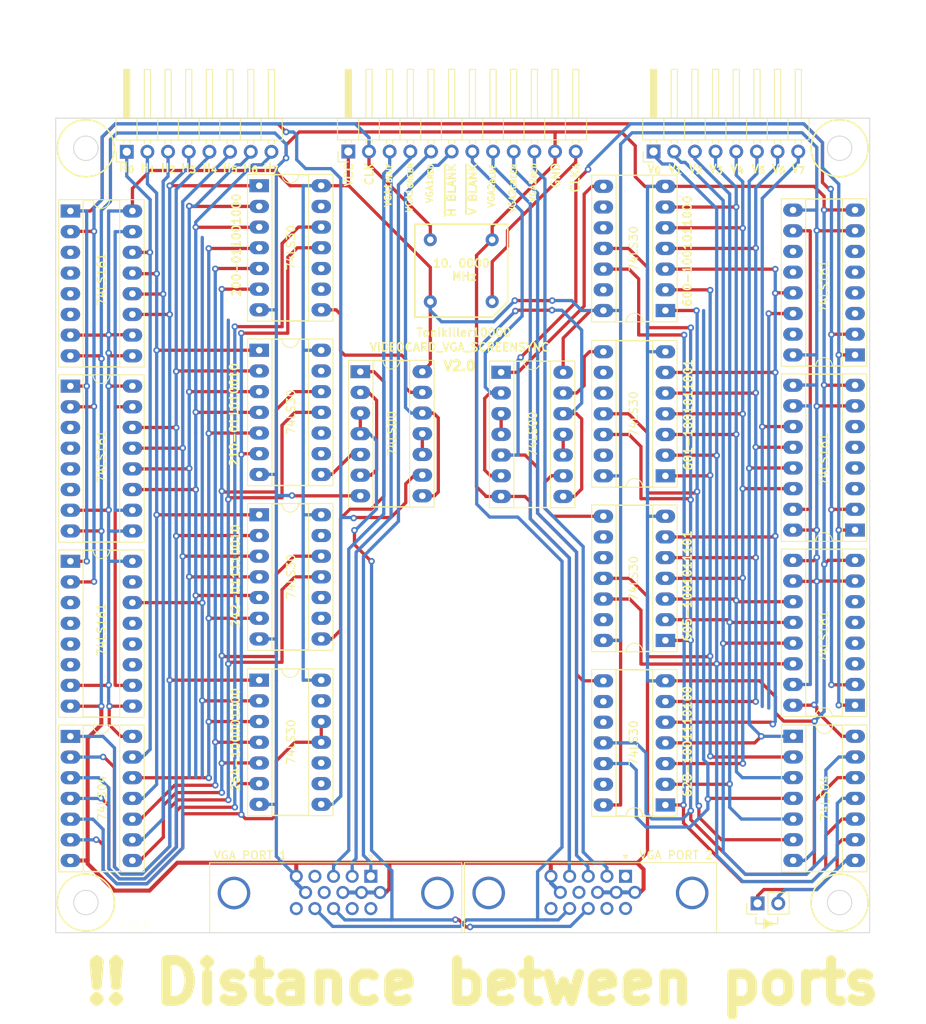
<source format=kicad_pcb>
(kicad_pcb (version 20211014) (generator pcbnew)
  (layers (0 "F.Cu" signal) (31 "B.Cu" signal) (34 "B.Paste" user) (35 "F.Paste" user) (36 "B.SilkS" user "B.Silkscreen") (37 "F.SilkS" user "F.Silkscreen") (38 "B.Mask" user) (39 "F.Mask" user) (44 "Edge.Cuts" user))
  (net 0 "")
  (net 1 "GND")
  (net 2 "VCC")
  (net 3 "CLK")
  (net 4 "RED1")
  (net 5 "RED2")
  (net 6 "GREEN1")
  (net 7 "GREEN2")
  (net 8 "BLUE1")
  (net 9 "BLUE2")
  (net 10 "H1")
  (net 11 "H2")
  (net 12 "H3")
  (net 13 "H4")
  (net 14 "H5")
  (net 15 "H6")
  (net 16 "H7")
  (net 17 "H0")
  (net 18 "V0")
  (net 19 "V1")
  (net 20 "V2")
  (net 21 "V3")
  (net 22 "V4")
  (net 23 "V5")
  (net 24 "V6")
  (net 25 "V7")
  (net 26 "H_BLANK")
  (net 27 "V_BLANK")
  (net 28 "H_1")
  (net 29 "H_2")
  (net 30 "H_3")
  (net 31 "H_4")
  (net 32 "H_5")
  (net 33 "H_0")
  (net 34 "V_0")
  (net 35 "V_1")
  (net 36 "V_2")
  (net 37 "V_3")
  (net 38 "V_5")
  (net 39 "V_SYNC")
  (net 40 "H_SYNC")
  (net 41 "RESET1")
  (net 42 "RESET2")
  (net 43 "V8")
  (net 44 "V9")
  (net 45 "H8")
  (net 46 "200")
  (net 47 "210")
  (net 48 "242")
  (net 49 "600")
  (net 50 "601")
  (net 51 "605")
  (footprint "Package_DIP:DIP-16_W7.62mm_Socket_LongPads" (layer "F.Cu") (at 97.88 97.57)
    (fp_text reference "74LS161")
    (fp_text value "DIP-16_W7.62mm_Socket_LongPads" hide)
  )
  (footprint "" (layer "F.Cu") (at 142.1 65.7 180)
    (fp_text reference "")
    (fp_text value "1" hide)
  )
  (footprint "Package_DIP:DIP-14_W7.62mm_Socket_LongPads" (layer "F.Cu") (at 121.08 91.87)
    (fp_text reference "74LS30")
    (fp_text value "DIP-14_W7.62mm_Socket_LongPads" hide)
  )
  (footprint "Package_DIP:DIP-14_W7.62mm_Socket_LongPads" (layer "F.Cu") (at 121.08 112.17)
    (fp_text reference "74LS30")
    (fp_text value "DIP-14_W7.62mm_Socket_LongPads" hide)
  )
  (footprint "Package_DIP:DIP-14_W7.62mm_Socket_LongPads" (layer "F.Cu") (at 170.98 66.79 180)
    (fp_text reference "74LS30")
    (fp_text value "DIP-14_W7.62mm_Socket_LongPads" hide)
  )
  (footprint "Package_DIP:DIP-14_W7.62mm_Socket_LongPads" (layer "F.Cu") (at 186.68 119.06)
    (fp_text reference "74LS04")
    (fp_text value "DIP-14_W7.62mm_Socket_LongPads" hide)
  )
  (footprint "Package_DIP:DIP-16_W7.62mm_Socket_LongPads" (layer "F.Cu") (at 194.28 115.24 180)
    (fp_text reference "74LS161")
    (fp_text value "DIP-16_W7.62mm_Socket_LongPads" hide)
  )
  (footprint "Package_DIP:DIP-14_W7.62mm_Socket_LongPads" (layer "F.Cu") (at 150.8 74.375)
    (fp_text reference "74LS00")
    (fp_text value "DIP-14_W7.62mm_Socket_LongPads" hide)
  )
  (footprint "Package_DIP:DIP-14_W7.62mm_Socket_LongPads" (layer "F.Cu") (at 121.08 51.47)
    (fp_text reference "74LS30")
    (fp_text value "DIP-14_W7.62mm_Socket_LongPads" hide)
  )
  (footprint "Connector_PinHeader_2.54mm:PinHeader_1x08_P2.54mm_Horizontal" (layer "F.Cu") (at 169.525 47.275 90)
    (fp_text reference "REF**" hide)
    (fp_text value "PinHeader_1x08_P2.54mm_Horizontal")
  )
  (footprint "Connector_Dsub:DSUB-15-HD_Female_Horizontal_P2.29x1.98mm_EdgePinOffset3.03mm_Housed_MountingHolesOffset4.94mm" (layer "F.Cu") (at 166.085 136.24)
    (fp_text reference "VGA PORT 2")
    (fp_text value "DSUB-15-HD_Female_Horizontal_P2.29x1.98mm_EdgePinOffset3.03mm_Housed_MountingHolesOffset4.94mm")
  )
  (footprint "Package_DIP:DIP-16_W7.62mm_Socket_LongPads" (layer "F.Cu") (at 97.88 54.57)
    (fp_text reference "74LS161")
    (fp_text value "DIP-16_W7.62mm_Socket_LongPads" hide)
  )
  (footprint "Connector_Dsub:DSUB-15-HD_Female_Horizontal_P2.29x1.98mm_EdgePinOffset3.03mm_Housed_MountingHolesOffset4.94mm" (layer "F.Cu") (at 134.79 136.25)
    (fp_text reference "VGA PORT 1")
    (fp_text value "DSUB-15-HD_Female_Horizontal_P2.29x1.98mm_EdgePinOffset3.03mm_Housed_MountingHolesOffset4.94mm")
  )
  (footprint "Package_DIP:DIP-16_W7.62mm_Socket_LongPads" (layer "F.Cu") (at 97.88 76.07)
    (fp_text reference "74LS161")
    (fp_text value "DIP-16_W7.62mm_Socket_LongPads" hide)
  )
  (footprint "" (layer "F.Cu") (at 142.1 58.1 180)
    (fp_text reference "")
    (fp_text value "")
  )
  (footprint "Connector_PinHeader_2.54mm:PinHeader_1x08_P2.54mm_Horizontal" (layer "F.Cu") (at 104.8 47.3 90)
    (fp_text reference "REF**" hide)
    (fp_text value "PinHeader_1x08_P2.54mm_Horizontal")
  )
  (footprint "Package_DIP:DIP-14_W7.62mm_Socket_LongPads" (layer "F.Cu") (at 170.98 87.09 180)
    (fp_text reference "74LS30")
    (fp_text value "DIP-14_W7.62mm_Socket_LongPads" hide)
  )
  (footprint "Package_DIP:DIP-16_W7.62mm_Socket_LongPads" (layer "F.Cu") (at 194.28 72.24 180)
    (fp_text reference "74LS161")
    (fp_text value "DIP-16_W7.62mm_Socket_LongPads" hide)
  )
  (footprint "Package_DIP:DIP-14_W7.62mm_Socket_LongPads" (layer "F.Cu") (at 121.08 71.67)
    (fp_text reference "74LS30")
    (fp_text value "DIP-14_W7.62mm_Socket_LongPads" hide)
  )
  (footprint "Connector_PinHeader_2.54mm:PinHeader_1x02_P2.54mm_Vertical" (layer "F.Cu") (at 182.305 139.57 90)
    (fp_text reference "REF**" hide)
    (fp_text value "PinHeader_1x02_P2.54mm_Vertical")
  )
  (footprint "" (layer "F.Cu") (at 149.7 58.1 180)
    (fp_text reference "")
    (fp_text value "")
  )
  (footprint "Package_DIP:DIP-16_W7.62mm_Socket_LongPads" (layer "F.Cu") (at 194.28 93.74 180)
    (fp_text reference "74LS161")
    (fp_text value "DIP-16_W7.62mm_Socket_LongPads" hide)
  )
  (footprint "Package_DIP:DIP-14_W7.62mm_Socket_LongPads" (layer "F.Cu") (at 97.88 119.07)
    (fp_text reference "74LS04")
    (fp_text value "DIP-14_W7.62mm_Socket_LongPads" hide)
  )
  (footprint "Package_DIP:DIP-14_W7.62mm_Socket_LongPads" (layer "F.Cu") (at 133.5 74.3)
    (fp_text reference "74LS00")
    (fp_text value "DIP-14_W7.62mm_Socket_LongPads" hide)
  )
  (footprint "Package_DIP:DIP-14_W7.62mm_Socket_LongPads" (layer "F.Cu") (at 170.98 107.29 180)
    (fp_text reference "74LS30")
    (fp_text value "DIP-14_W7.62mm_Socket_LongPads" hide)
  )
  (footprint "Connector_PinHeader_2.54mm:PinHeader_1x12_P2.54mm_Horizontal" (layer "F.Cu") (at 132.025 47.275 90)
    (fp_text reference "REF**" hide)
    (fp_text value "PinHeader_1x12_P2.54mm_Horizontal")
  )
  (footprint "" (layer "F.Cu") (at 149.7 65.7 180)
    (fp_text reference "")
    (fp_text value "")
  )
  (footprint "Package_DIP:DIP-14_W7.62mm_Socket_LongPads" (layer "F.Cu") (at 170.98 127.49 180)
    (fp_text reference "74LS30")
    (fp_text value "DIP-14_W7.62mm_Socket_LongPads" hide)
  )
  (gr_line (start 184.78 142.07) (end 184.78 141.27) (layer "F.SilkS") (width 0.15))
  (gr_circle (center 183.98 142.07) (end 184.18 142.07) (layer "F.SilkS") (width 0.15) (fill none))
  (gr_circle (center 192.38 46.87) (end 195.88 46.87) (layer "F.SilkS") (width 0.2) (fill none))
  (gr_line (start 140.2 67) (end 140.2 56.8) (layer "F.SilkS") (width 0.2))
  (gr_line (start 183.98 142.07) (end 184.38 142.07) (layer "F.SilkS") (width 0.15))
  (gr_circle (center 99.78 139.47) (end 103.28 139.47) (layer "F.SilkS") (width 0.2) (fill none))
  (gr_line (start 151.6 65.7) (end 149.7 67.6) (layer "F.SilkS") (width 0.2))
  (gr_line (start 151.6 57.35) (end 151.6 56.2) (layer "F.SilkS") (width 0.2))
  (gr_circle (center 183.98 142.07) (end 184.08 142.07) (layer "F.SilkS") (width 0.15) (fill none))
  (gr_line (start 140.5 67.6) (end 140.2 67.6) (layer "F.SilkS") (width 0.2))
  (gr_poly (pts (xy 183.98 142.07) (xy 183.08 142.67) (xy 183.08 141.47)) (layer "F.SilkS") (width 0.15) (fill solid))
  (gr_line (start 140.8 56.2) (end 151 56.2) (layer "F.SilkS") (width 0.2))
  (gr_line (start 182.08 142.07) (end 182.08 141.27) (layer "F.SilkS") (width 0.15))
  (gr_line (start 182.48 142.07) (end 182.08 142.07) (layer "F.SilkS") (width 0.15))
  (gr_line (start 140.2 67.6) (end 140.2 67) (layer "F.SilkS") (width 0.2))
  (gr_line (start 151.6 57.35) (end 151.6 65.7) (layer "F.SilkS") (width 0.2))
  (gr_line (start 184.58 142.07) (end 184.78 142.07) (layer "F.SilkS") (width 0.15))
  (gr_line (start 151.6 56.2) (end 151 56.2) (layer "F.SilkS") (width 0.2))
  (gr_circle (center 192.38 139.47) (end 195.88 139.47) (layer "F.SilkS") (width 0.2) (fill none))
  (gr_line (start 183.08 142.07) (end 182.78 142.07) (layer "F.SilkS") (width 0.15))
  (gr_line (start 149.7 67.6) (end 140.5 67.6) (layer "F.SilkS") (width 0.2))
  (gr_line (start 140.8 56.2) (end 140.3 56.2) (layer "F.SilkS") (width 0.2))
  (gr_line (start 182.78 142.07) (end 182.48 142.07) (layer "F.SilkS") (width 0.15))
  (gr_circle (center 99.78 46.87) (end 103.28 46.87) (layer "F.SilkS") (width 0.2) (fill none))
  (gr_line (start 184.38 142.07) (end 184.58 142.07) (layer "F.SilkS") (width 0.15))
  (gr_line (start 140.2 56.2) (end 140.2 56.8) (layer "F.SilkS") (width 0.2))
  (gr_line (start 140.3 56.2) (end 140.2 56.2) (layer "F.SilkS") (width 0.2))
  (gr_circle (center 192.38 46.87) (end 193.88 46.87) (layer "Edge.Cuts") (width 0.1) (fill none))
  (gr_circle (center 192.38 139.47) (end 193.88 139.47) (layer "Edge.Cuts") (width 0.1) (fill none))
  (gr_rect (start 96.08 43.17) (end 196.08 143.17) (layer "Edge.Cuts") (width 0.1) (fill none))
  (gr_circle (center 99.78 46.87) (end 101.28 46.87) (layer "Edge.Cuts") (width 0.1) (fill none))
  (gr_circle (center 99.78 139.47) (end 101.28 139.47) (layer "Edge.Cuts") (width 0.1) (fill none))
  (gr_text "10. 0000\n MHz" (at 145.9 61.8) (layer "F.SilkS") (effects (font (size 1 1) (thickness 0.2))))
  (gr_text "V_{4}" (at 179.8 49.4) (layer "F.SilkS") (effects (font (size 1 1) (thickness 0.2))))
  (gr_text "601-1001011001" (at 173.78 79.59 90) (layer "F.SilkS") (effects (font (size 1 1) (thickness 0.2))))
  (gr_text "H_{4}" (at 115 49.3) (layer "F.SilkS") (effects (font (size 1 1) (thickness 0.2))))
  (gr_text "V_{2}" (at 174.7 49.4) (layer "F.SilkS") (effects (font (size 1 1) (thickness 0.2))))
  (gr_text "GND\n" (at 157.5 50.2 90) (layer "F.SilkS") (effects (font (size 1 1) (thickness 0.2))))
  (gr_text "VGA2_{BLUE}" (at 149.6 51.5 90) (layer "F.SilkS") (effects (font (size 0.8 0.8) (thickness 0.16))))
  (gr_text "H_{7}" (at 122.5 49.3) (layer "F.SilkS") (effects (font (size 1 1) (thickness 0.2))))
  (gr_text "VIDEOCARD_VGA_SCREENSYNC" (at 145.7 71.3) (layer "F.SilkS") (effects (font (size 1 1) (thickness 0.2))))
  (gr_text "!! Distance between ports\n" (at 148.49 149.29) (layer "F.SilkS") (effects (font (size 5 5) (thickness 1.25))))
  (gr_text "VCC" (at 132.1 50.1 90) (layer "F.SilkS") (effects (font (size 1 1) (thickness 0.2))))
  (gr_text "VGA1_{RED}" (at 142 51.2 90) (layer "F.SilkS") (effects (font (size 0.8 0.8) (thickness 0.16))))
  (gr_text "VGA2_{RED}" (at 154.7 51.1 90) (layer "F.SilkS") (effects (font (size 0.8 0.8) (thickness 0.16))))
  (gr_text "H_{2}" (at 109.9 49.3) (layer "F.SilkS") (effects (font (size 1 1) (thickness 0.2))))
  (gr_text "~{V BLANK}" (at 147.3 51.9 90) (layer "F.SilkS") (effects (font (size 1 1) (thickness 0.2))))
  (gr_text "H_{1}" (at 107.4 49.3) (layer "F.SilkS") (effects (font (size 1 1) (thickness 0.2))))
  (gr_text "CLK" (at 134.6 50 90) (layer "F.SilkS") (effects (font (size 1 1) (thickness 0.2))))
  (gr_text "VGA1_{GREEN}" (at 139.5 51.7 90) (layer "F.SilkS") (effects (font (size 0.8 0.8) (thickness 0.16))))
  (gr_text "V2.0" (at 145.7 73.6) (layer "F.SilkS") (effects (font (size 1.2 1.2) (thickness 0.3))))
  (gr_text "200-011001000\n\n" (at 119.08 58.77 90) (layer "F.SilkS") (effects (font (size 1 1) (thickness 0.2))))
  (gr_text "264-100001000" (at 118.18 119.47 90) (layer "F.SilkS") (effects (font (size 1 1) (thickness 0.2))))
  (gr_text "605-1001011101\n" (at 173.68 100.59 90) (layer "F.SilkS") (effects (font (size 1 1) (thickness 0.2))))
  (gr_text "210-011010010\n" (at 117.98 79.57 90) (layer "F.SilkS") (effects (font (size 1 1) (thickness 0.2))))
  (gr_text "600-1001011000\n" (at 173.68 59.49 90) (layer "F.SilkS") (effects (font (size 1 1) (thickness 0.2))))
  (gr_text "V_{0}" (at 169.6 49.4) (layer "F.SilkS") (effects (font (size 1 1) (thickness 0.2))))
  (gr_text "V_{1}" (at 172.2 49.4) (layer "F.SilkS") (effects (font (size 1 1) (thickness 0.2))))
  (gr_text "H_{3}" (at 112.4 49.3) (layer "F.SilkS") (effects (font (size 1 1) (thickness 0.2))))
  (gr_text "H_{5}" (at 117.5 49.3) (layer "F.SilkS") (effects (font (size 1 1) (thickness 0.2))))
  (gr_text "242-011110010\n" (at 118.18 99.37 90) (layer "F.SilkS") (effects (font (size 1 1) (thickness 0.2))))
  (gr_text "VGA2_{GREEN}" (at 152.2 51.8 90) (layer "F.SilkS") (effects (font (size 0.8 0.8) (thickness 0.16))))
  (gr_text "~{H BLANK}" (at 144.7 52 90) (layer "F.SilkS") (effects (font (size 1 1) (thickness 0.2))))
  (gr_text " JLCJLCJLCJLC" (at 105.58 142.21) (layer "F.SilkS") (effects (font (size 1 0.4) (thickness 0.01))))
  (gr_text "628-1001110100" (at 173.68 119.69 90) (layer "F.SilkS") (effects (font (size 1 1) (thickness 0.2))))
  (gr_text "Tonikiller10000" (at 146.2 69.5) (layer "F.SilkS") (effects (font (size 1 1) (thickness 0.2))))
  (gr_text "V_{7}" (at 187.3 49.4) (layer "F.SilkS") (effects (font (size 1 1) (thickness 0.2))))
  (gr_text "V_{6}" (at 184.9 49.4) (layer "F.SilkS") (effects (font (size 1 1) (thickness 0.2))))
  (gr_text "CLK_{4}" (at 159.9 50.5 90) (layer "F.SilkS") (effects (font (size 1 1) (thickness 0.2))))
  (gr_text "V_{3}" (at 177.2 49.4) (layer "F.SilkS") (effects (font (size 1 1) (thickness 0.2))))
  (gr_text "V_{5}" (at 182.4 49.4) (layer "F.SilkS") (effects (font (size 1 1) (thickness 0.2))))
  (gr_text "H_{6}" (at 120 49.3) (layer "F.SilkS") (effects (font (size 1 1) (thickness 0.2))))
  (gr_text "VGA1_{BLUE}" (at 136.9 51.4 90) (layer "F.SilkS") (effects (font (size 0.8 0.8) (thickness 0.16))))
  (gr_text "H_{0}" (at 104.8 49.3) (layer "F.SilkS") (effects (font (size 1 1) (thickness 0.2))))
  (segment (start 134.515 76.84) (end 133.5 76.84) (width 0.4) (layer "F.Cu") (net 0))
  (segment (start 158.42 81.995) (end 158.42 84.535) (width 0.4) (layer "F.Cu") (net 0))
  (segment (start 188.74 57) (end 186.66 57) (width 0.4) (layer "F.Cu") (net 0))
  (segment (start 186.66 91.2) (end 188.72 91.2) (width 0.4) (layer "F.Cu") (net 0))
  (segment (start 134.825 87) (end 135.5 86.325) (width 0.4) (layer "F.Cu") (net 0))
  (segment (start 103.42 112.81) (end 105.5 112.81) (width 0.4) (layer "F.Cu") (net 0))
  (segment (start 103.38 78.67) (end 103.38 112.77) (width 0.4) (layer "F.Cu") (net 0))
  (segment (start 149.7 60.8) (end 151.58 58.92) (width 0.4) (layer "F.Cu") (net 0))
  (segment (start 103.38 112.77) (end 103.42 112.81) (width 0.4) (layer "F.Cu") (net 0))
  (segment (start 188.78 91.14) (end 188.78 57.04) (width 0.4) (layer "F.Cu") (net 0))
  (segment (start 135.5 86.325) (end 135.5 77.825) (width 0.4) (layer "F.Cu") (net 0))
  (segment (start 103.44 78.61) (end 103.38 78.67) (width 0.4) (layer "F.Cu") (net 0))
  (segment (start 192.08 132.37) (end 192.08 135.37) (width 0.4) (layer "F.Cu") (net 0))
  (segment (start 151.58 58.92) (end 151.58 56.97) (width 0.4) (layer "F.Cu") (net 0))
  (segment (start 159.965 48.585) (end 159.965 47.275) (width 0.4) (layer "F.Cu") (net 0))
  (segment (start 135.5 77.825) (end 134.515 76.84) (width 0.4) (layer "F.Cu") (net 0))
  (segment (start 105.5 78.61) (end 103.44 78.61) (width 0.4) (layer "F.Cu") (net 0))
  (segment (start 194.3 131.76) (end 192.69 131.76) (width 0.4) (layer "F.Cu") (net 0))
  (segment (start 133.5 87) (end 134.825 87) (width 0.4) (layer "F.Cu") (net 0))
  (segment (start 192.08 135.37) (end 189.58 137.87) (width 0.4) (layer "F.Cu") (net 0))
  (segment (start 150.8 79.455) (end 150.8 81.995) (width 0.4) (layer "F.Cu") (net 0))
  (segment (start 151.58 56.97) (end 159.965 48.585) (width 0.4) (layer "F.Cu") (net 0))
  (segment (start 149.7 65.7) (end 149.7 60.8) (width 0.4) (layer "F.Cu") (net 0))
  (segment (start 182.305 138.645) (end 182.305 139.57) (width 0.4) (layer "F.Cu") (net 0))
  (segment (start 189.58 137.87) (end 183.08 137.87) (width 0.4) (layer "F.Cu") (net 0))
  (segment (start 192.69 131.76) (end 192.08 132.37) (width 0.4) (layer "F.Cu") (net 0))
  (segment (start 183.08 137.87) (end 182.305 138.645) (width 0.4) (layer "F.Cu") (net 0))
  (segment (start 188.78 57.04) (end 188.74 57) (width 0.4) (layer "F.Cu") (net 0))
  (segment (start 188.72 91.2) (end 188.78 91.14) (width 0.4) (layer "F.Cu") (net 0))
  (segment (start 141.12 81.92) (end 141.12 84.46) (width 0.4) (layer "F.Cu") (net 0))
  (via (at 113.28 88.77) (size 0.8) (drill 0.4) (layers "F.Cu" "B.Cu") (net 0))
  (via (at 110.88 81.17) (size 0.8) (drill 0.4) (layers "F.Cu" "B.Cu") (net 0))
  (via (at 157.08 65.57) (size 0.8) (drill 0.4) (layers "F.Cu" "B.Cu") (net 0))
  (via (at 152.48 65.57) (size 0.8) (drill 0.4) (layers "F.Cu" "B.Cu") (net 0))
  (via (at 111.68 83.67) (size 0.8) (drill 0.4) (layers "F.Cu" "B.Cu") (net 0))
  (via (at 161.48 49.47) (size 0.8) (drill 0.4) (layers "F.Cu" "B.Cu") (net 0))
  (via (at 112.48 86.17) (size 0.8) (drill 0.4) (layers "F.Cu" "B.Cu") (net 0))
  (via (at 132.68 92.27) (size 0.8) (drill 0.4) (layers "F.Cu" "B.Cu") (net 0))
  (segment (start 184.845 138.705) (end 184.845 139.57) (width 0.4) (layer "B.Cu") (net 0))
  (segment (start 188.78 78.5) (end 186.66 78.5) (width 0.4) (layer "B.Cu") (net 0))
  (segment (start 188.78 112.7) (end 188.78 78.5) (width 0.4) (layer "B.Cu") (net 0))
  (segment (start 103.38 57.11) (end 103.38 91.31) (width 0.4) (layer "B.Cu") (net 0))
  (segment (start 185.68 137.87) (end 184.845 138.705) (width 0.4) (layer "B.Cu") (net 0))
  (segment (start 186.66 112.7) (end 188.78 112.7) (width 0.4) (layer "B.Cu") (net 0))
  (segment (start 194.3 134.3) (end 193.15 134.3) (width 0.4) (layer "B.Cu") (net 0))
  (segment (start 193.15 134.3) (end 189.58 137.87) (width 0.4) (layer "B.Cu") (net 0))
  (segment (start 105.5 57.11) (end 103.38 57.11) (width 0.4) (layer "B.Cu") (net 0))
  (segment (start 189.58 137.87) (end 185.68 137.87) (width 0.4) (layer "B.Cu") (net 0))
  (segment (start 103.38 91.31) (end 105.5 91.31) (width 0.4) (layer "B.Cu") (net 0))
  (segment (start 125.63 134.58) (end 126.77 134.58) (width 0.5) (layer "F.Cu") (net 1))
  (segment (start 149.7 58.1) (end 149.7 56.45) (width 0.4) (layer "F.Cu") (net 1))
  (segment (start 191.38 54.44) (end 192.28 54.44) (width 0.4) (layer "F.Cu") (net 1))
  (segment (start 124.38 46.47) (end 125.98 44.87) (width 0.4) (layer "F.Cu") (net 1))
  (segment (start 168.78 133.32) (end 167.5 134.6) (width 0.4) (layer "F.Cu") (net 1))
  (segment (start 192.28 54.44) (end 194.26 54.44) (width 0.4) (layer "F.Cu") (net 1))
  (segment (start 101.4 72.35) (end 101.7 72.65) (width 0.4) (layer "F.Cu") (net 1))
  (segment (start 97.9 115.37) (end 97.88 115.35) (width 0.4) (layer "F.Cu") (net 1))
  (segment (start 189.26 51.55) (end 170.98 51.55) (width 0.4) (layer "F.Cu") (net 1))
  (segment (start 185.51 117.2) (end 184.49 116.18) (width 0.4) (layer "F.Cu") (net 1))
  (segment (start 100.78 115.37) (end 99.88 115.37) (width 0.4) (layer "F.Cu") (net 1))
  (segment (start 101.68 115.37) (end 101.68 117.62) (width 0.5) (layer "F.Cu") (net 1))
  (segment (start 157.98 134.58) (end 158 134.6) (width 0.5) (layer "F.Cu") (net 1))
  (segment (start 159.18 134.47) (end 159.05 134.6) (width 0.4) (layer "F.Cu") (net 1))
  (segment (start 157.425 48.725) (end 157.425 47.275) (width 0.4) (layer "F.Cu") (net 1))
  (segment (start 159.05 134.6) (end 167.5 134.6) (width 0.5) (layer "F.Cu") (net 1))
  (segment (start 101.68 93.87) (end 101.66 93.85) (width 0.4) (layer "F.Cu") (net 1))
  (segment (start 154.38 92.37) (end 159.18 97.17) (width 0.4) (layer "F.Cu") (net 1))
  (segment (start 147.78 88.42) (end 148.935 89.575) (width 0.4) (layer "F.Cu") (net 1))
  (segment (start 168.8 112.25) (end 168.78 112.27) (width 0.4) (layer "F.Cu") (net 1))
  (segment (start 184.49 116.18) (end 184.49 114.18) (width 0.4) (layer "F.Cu") (net 1))
  (segment (start 147.78 60.02) (end 147.78 88.42) (width 0.4) (layer "F.Cu") (net 1))
  (segment (start 103.3 138) (end 100 134.7) (width 0.5) (layer "F.Cu") (net 1))
  (segment (start 149.7 58.1) (end 147.78 60.02) (width 0.4) (layer "F.Cu") (net 1))
  (segment (start 170.98 112.25) (end 168.8 112.25) (width 0.4) (layer "F.Cu") (net 1))
  (segment (start 156.9 134.6) (end 158 134.6) (width 0.5) (layer "F.Cu") (net 1))
  (segment (start 165.58 44.87) (end 167.28 46.57) (width 0.4) (layer "F.Cu") (net 1))
  (segment (start 148.935 89.575) (end 148.935 89.615) (width 0.4) (layer "F.Cu") (net 1))
  (segment (start 167.88 138.22) (end 167.23 138.22) (width 0.5) (layer "F.Cu") (net 1))
  (segment (start 167.5 134.6) (end 168.3 135.4) (width 0.5) (layer "F.Cu") (net 1))
  (segment (start 136.65 138.2) (end 136 138.2) (width 0.5) (layer "F.Cu") (net 1))
  (segment (start 153.725 89.615) (end 154.38 90.27) (width 0.4) (layer "F.Cu") (net 1))
  (segment (start 125.63 136.25) (end 125.63 134.58) (width 0.5) (layer "F.Cu") (net 1))
  (segment (start 194.26 54.44) (end 194.28 54.46) (width 0.4) (layer "F.Cu") (net 1))
  (segment (start 148.935 89.615) (end 150.8 89.615) (width 0.4) (layer "F.Cu") (net 1))
  (segment (start 190.48 75.94) (end 190.5 75.96) (width 0.4) (layer "F.Cu") (net 1))
  (segment (start 126.77 134.58) (end 111.02 134.58) (width 0.5) (layer "F.Cu") (net 1))
  (segment (start 126.77 134.58) (end 136.27 134.58) (width 0.5) (layer "F.Cu") (net 1))
  (segment (start 99.99 134.31) (end 97.88 134.31) (width 0.5) (layer "F.Cu") (net 1))
  (segment (start 167.28 46.57) (end 167.28 50.37) (width 0.4) (layer "F.Cu") (net 1))
  (segment (start 156.925 136.24) (end 156.9 136.215) (width 0.5) (layer "F.Cu") (net 1))
  (segment (start 125.98 44.87) (end 157.38 44.87) (width 0.4) (layer "F.Cu") (net 1))
  (segment (start 168.46 51.55) (end 170.98 51.55) (width 0.4) (layer "F.Cu") (net 1))
  (segment (start 158 134.6) (end 159.05 134.6) (width 0.5) (layer "F.Cu") (net 1))
  (segment (start 189.3 117.2) (end 185.51 117.2) (width 0.4) (layer "F.Cu") (net 1))
  (segment (start 125.14 89.54) (end 133.5 89.54) (width 0.4) (layer "F.Cu") (net 1))
  (segment (start 111.02 134.58) (end 107.6 138) (width 0.5) (layer "F.Cu") (net 1))
  (segment (start 168.3 137.8) (end 167.88 138.22) (width 0.5) (layer "F.Cu") (net 1))
  (segment (start 190.48 52.77) (end 189.26 51.55) (width 0.4) (layer "F.Cu") (net 1))
  (segment (start 190.99 97.46) (end 190.5 97.95) (width 0.4) (layer "F.Cu") (net 1))
  (segment (start 157.38 44.87) (end 165.58 44.87) (width 0.4) (layer "F.Cu") (net 1))
  (segment (start 150.8 89.615) (end 153.725 89.615) (width 0.4) (layer "F.Cu") (net 1))
  (segment (start 194.28 97.46) (end 190.99 97.46) (width 0.4) (layer "F.Cu") (net 1))
  (segment (start 157.425 44.915) (end 157.425 47.275) (width 0.4) (layer "F.Cu") (net 1))
  (segment (start 136.27 134.58) (end 157.98 134.58) (width 0.5) (layer "F.Cu") (net 1))
  (segment (start 125.1 89.5) (end 125.14 89.54) (width 0.4) (layer "F.Cu") (net 1))
  (segment (start 156.9 136.215) (end 156.9 134.6) (width 0.5) (layer "F.Cu") (net 1))
  (segment (start 190.48 54.44) (end 191.38 54.44) (width 0.4) (layer "F.Cu") (net 1))
  (segment (start 97.88 72.35) (end 101.4 72.35) (width 0.4) (layer "F.Cu") (net 1))
  (segment (start 137.07 137.78) (end 136.65 138.2) (width 0.5) (layer "F.Cu") (net 1))
  (segment (start 100 119.3) (end 100 134.3) (width 0.5) (layer "F.Cu") (net 1))
  (segment (start 159.18 97.17) (end 159.18 134.47) (width 0.4) (layer "F.Cu") (net 1))
  (segment (start 182.56 112.25) (end 170.98 112.25) (width 0.4) (layer "F.Cu") (net 1))
  (segment (start 100 134.3) (end 99.99 134.31) (width 0.5) (layer "F.Cu") (net 1))
  (segment (start 149.7 56.45) (end 157.425 48.725) (width 0.4) (layer "F.Cu") (net 1))
  (segment (start 154.38 90.27) (end 154.38 92.37) (width 0.4) (layer "F.Cu") (net 1))
  (segment (start 157.38 44.87) (end 157.425 44.915) (width 0.4) (layer "F.Cu") (net 1))
  (segment (start 184.49 114.18) (end 182.56 112.25) (width 0.4) (layer "F.Cu") (net 1))
  (segment (start 190.48 54.44) (end 190.48 52.77) (width 0.4) (layer "F.Cu") (net 1))
  (segment (start 101.68 117.62) (end 100 119.3) (width 0.5) (layer "F.Cu") (net 1))
  (segment (start 99.88 115.37) (end 97.9 115.37) (width 0.4) (layer "F.Cu") (net 1))
  (segment (start 100 134.7) (end 100 134.3) (width 0.5) (layer "F.Cu") (net 1))
  (segment (start 137.07 134.58) (end 137.07 137.78) (width 0.5) (layer "F.Cu") (net 1))
  (segment (start 190.5 75.96) (end 194.28 75.96) (width 0.4) (layer "F.Cu") (net 1))
  (segment (start 101.7 72.65) (end 101.7 72.7) (width 0.15) (layer "F.Cu") (net 1))
  (segment (start 168.3 135.4) (end 168.3 137.8) (width 0.5) (layer "F.Cu") (net 1))
  (segment (start 136.27 134.58) (end 137.07 134.58) (width 0.5) (layer "F.Cu") (net 1))
  (segment (start 167.28 50.37) (end 168.46 51.55) (width 0.4) (layer "F.Cu") (net 1))
  (segment (start 124.38 48.07) (end 124.38 46.47) (width 0.4) (layer "F.Cu") (net 1))
  (segment (start 107.6 138) (end 103.3 138) (width 0.5) (layer "F.Cu") (net 1))
  (segment (start 168.78 112.27) (end 168.78 133.32) (width 0.4) (layer "F.Cu") (net 1))
  (segment (start 101.68 115.37) (end 100.78 115.37) (width 0.4) (layer "F.Cu") (net 1))
  (segment (start 101.66 93.85) (end 97.88 93.85) (width 0.4) (layer "F.Cu") (net 1))
  (via (at 189.3 117.2) (size 0.8) (drill 0.4) (layers "F.Cu" "B.Cu") (net 1))
  (via (at 190.5 97.95) (size 0.8) (drill 0.4) (layers "F.Cu" "B.Cu") (net 1))
  (via (at 125.1 89.5) (size 0.8) (drill 0.4) (layers "F.Cu" "B.Cu") (net 1))
  (via (at 101.68 115.37) (size 0.8) (drill 0.4) (layers "F.Cu" "B.Cu") (net 1))
  (via (at 101.7 72.7) (size 0.8) (drill 0.4) (layers "F.Cu" "B.Cu") (net 1))
  (via (at 190.48 75.94) (size 0.8) (drill 0.4) (layers "F.Cu" "B.Cu") (net 1))
  (via (at 124.38 48.07) (size 0.8) (drill 0.4) (layers "F.Cu" "B.Cu") (net 1))
  (via (at 190.48 54.44) (size 0.8) (drill 0.4) (layers "F.Cu" "B.Cu") (net 1))
  (via (at 101.68 93.87) (size 0.8) (drill 0.4) (layers "F.Cu" "B.Cu") (net 1))
  (segment (start 190.48 75.94) (end 190.48 54.44) (width 0.4) (layer "B.Cu") (net 1))
  (segment (start 123.18 89.38) (end 123.18 86.91) (width 0.4) (layer "B.Cu") (net 1))
  (segment (start 123.18 107.11) (end 123.18 89.38) (width 0.4) (layer "B.Cu") (net 1))
  (segment (start 123.18 112.26) (end 123.18 127.41) (width 0.4) (layer "B.Cu") (net 1))
  (segment (start 101.68 72.68) (end 101.68 54.52) (width 0.4) (layer "B.Cu") (net 1))
  (segment (start 190.48 116.02) (end 190.48 97.44) (width 0.4) (layer "B.Cu") (net 1))
  (segment (start 124.38 48.07) (end 123.78 48.67) (width 0.4) (layer "B.Cu") (net 1))
  (segment (start 123.01 45) (end 124.38 46.37) (width 0.4) (layer "B.Cu") (net 1))
  (segment (start 124.38 48.07) (end 124.38 47.97) (width 0.4) (layer "B.Cu") (net 1))
  (segment (start 125.1 89.5) (end 123.3 89.5) (width 0.4) (layer "B.Cu") (net 1))
  (segment (start 123.18 66.71) (end 121.08 66.71) (width 0.4) (layer "B.Cu") (net 1))
  (segment (start 189.3 117.2) (end 189.3 133.1) (width 0.4) (layer "B.Cu") (net 1))
  (segment (start 170.98 51.55) (end 168.78 51.55) (width 0.4) (layer "B.Cu") (net 1))
  (segment (start 168.78 92.05) (end 168.78 112.25) (width 0.4) (layer "B.Cu") (net 1))
  (segment (start 101.68 72.72) (end 101.7 72.7) (width 0.4) (layer "B.Cu") (net 1))
  (segment (start 133.645 138.23) (end 135.935 138.23) (width 0.5) (layer "B.Cu") (net 1))
  (segment (start 168.78 71.85) (end 168.78 92.05) (width 0.4) (layer "B.Cu") (net 1))
  (segment (start 189.3 117.2) (end 190.48 116.02) (width 0.4) (layer "B.Cu") (net 1))
  (segment (start 123.18 112.26) (end 123.18 107.11) (width 0.4) (layer "B.Cu") (net 1))
  (segment (start 168.78 71.85) (end 170.98 71.85) (width 0.4) (layer "B.Cu") (net 1))
  (segment (start 123.18 86.91) (end 121.08 86.91) (width 0.4) (layer "B.Cu") (net 1))
  (segment (start 190.48 75.94) (end 190.48 97.44) (width 0.4) (layer "B.Cu") (net 1))
  (segment (start 168.78 112.25) (end 170.98 112.25) (width 0.4) (layer "B.Cu") (net 1))
  (segment (start 123.18 107.11) (end 121.08 107.11) (width 0.4) (layer "B.Cu") (net 1))
  (segment (start 102.8 45.8) (end 103.6 45) (width 0.4) (layer "B.Cu") (net 1))
  (segment (start 188.1 134.3) (end 186.68 134.3) (width 0.4) (layer "B.Cu") (net 1))
  (segment (start 124.38 46.37) (end 124.38 48.07) (width 0.4) (layer "B.Cu") (net 1))
  (segment (start 123.18 86.91) (end 123.18 66.71) (width 0.4) (layer "B.Cu") (net 1))
  (segment (start 189.3 133.1) (end 188.1 134.3) (width 0.4) (layer "B.Cu") (net 1))
  (segment (start 123.18 127.41) (end 123.18 133.8) (width 0.4) (layer "B.Cu") (net 1))
  (segment (start 123.18 49.27) (end 123.18 66.71) (width 0.4) (layer "B.Cu") (net 1))
  (segment (start 156.925 137.075) (end 158.07 138.22) (width 0.5) (layer "B.Cu") (net 1))
  (segment (start 123.18 133.8) (end 125.63 136.25) (width 0.4) (layer "B.Cu") (net 1))
  (segment (start 162.65 138.22) (end 164.94 138.22) (width 0.5) (layer "B.Cu") (net 1))
  (segment (start 168.78 51.55) (end 168.78 71.85) (width 0.4) (layer "B.Cu") (net 1))
  (segment (start 101.68 93.87) (end 101.68 115.37) (width 0.4) (layer "B.Cu") (net 1))
  (segment (start 167.23 138.22) (end 164.94 138.22) (width 0.5) (layer "B.Cu") (net 1))
  (segment (start 125.63 136.25) (end 125.63 137.085) (width 0.5) (layer "B.Cu") (net 1))
  (segment (start 102.8 53.4) (end 102.8 45.8) (width 0.4) (layer "B.Cu") (net 1))
  (segment (start 101.68 93.87) (end 101.68 72.72) (width 0.4) (layer "B.Cu") (net 1))
  (segment (start 123.78 48.67) (end 123.18 49.27) (width 0.4) (layer "B.Cu") (net 1))
  (segment (start 168.78 92.05) (end 170.98 92.05) (width 0.4) (layer "B.Cu") (net 1))
  (segment (start 101.7 72.7) (end 101.68 72.68) (width 0.4) (layer "B.Cu") (net 1))
  (segment (start 103.6 45) (end 123.01 45) (width 0.4) (layer "B.Cu") (net 1))
  (segment (start 101.68 54.52) (end 102.8 53.4) (width 0.4) (layer "B.Cu") (net 1))
  (segment (start 131.355 138.23) (end 133.645 138.23) (width 0.5) (layer "B.Cu") (net 1))
  (segment (start 125.63 137.085) (end 126.775 138.23) (width 0.5) (layer "B.Cu") (net 1))
  (segment (start 123.3 89.5) (end 123.18 89.38) (width 0.4) (layer "B.Cu") (net 1))
  (segment (start 123.18 127.41) (end 121.08 127.41) (width 0.4) (layer "B.Cu") (net 1))
  (segment (start 156.925 136.24) (end 156.925 137.075) (width 0.5) (layer "B.Cu") (net 1))
  (segment (start 107.7 49.6) (end 123 49.6) (width 0.4) (layer "F.Cu") (net 2))
  (segment (start 105.5 119.07) (end 105.1 118.67) (width 0.3) (layer "F.Cu") (net 2))
  (segment (start 186.68 54.44) (end 186.66 54.46) (width 0.4) (layer "F.Cu") (net 2))
  (segment (start 192.65 119.06) (end 189.58 115.99) (width 0.4) (layer "F.Cu") (net 2))
  (segment (start 186.7 97.5) (end 186.66 97.46) (width 0.4) (layer "F.Cu") (net 2))
  (segment (start 189.58 93.74) (end 186.66 93.74) (width 0.4) (layer "F.Cu") (net 2))
  (segment (start 128.7 51.47) (end 132.02 51.47) (width 0.4) (layer "F.Cu") (net 2))
  (segment (start 189.58 115.99) (end 189.58 115.47) (width 0.4) (layer "F.Cu") (net 2))
  (segment (start 123 49.6) (end 124.87 51.47) (width 0.4) (layer "F.Cu") (net 2))
  (segment (start 124.87 51.47) (end 128.7 51.47) (width 0.4) (layer "F.Cu") (net 2))
  (segment (start 192.65 119.06) (end 192.57 118.98) (width 0.4) (layer "F.Cu") (net 2))
  (segment (start 161.81 66.79) (end 163.36 66.79) (width 0.4) (layer "F.Cu") (net 2))
  (segment (start 142.1 73.32) (end 141.12 74.3) (width 0.4) (layer "F.Cu") (net 2))
  (segment (start 152.48 65.57) (end 157.08 65.57) (width 0.4) (layer "F.Cu") (net 2))
  (segment (start 102.58 69.77) (end 105.46 69.77) (width 0.4) (layer "F.Cu") (net 2))
  (segment (start 132.085 51.475) (end 142.1 61.49) (width 0.4) (layer "F.Cu") (net 2))
  (segment (start 158.42 70.18) (end 161.81 66.79) (width 0.4) (layer "F.Cu") (net 2))
  (segment (start 186.7 100.04) (end 186.66 100) (width 0.4) (layer "F.Cu") (net 2))
  (segment (start 189.58 78.54) (end 189.62 78.5) (width 0.4) (layer "F.Cu") (net 2))
  (segment (start 189.58 57.04) (end 189.62 57) (width 0.4) (layer "F.Cu") (net 2))
  (segment (start 189.62 78.5) (end 194.28 78.5) (width 0.4) (layer "F.Cu") (net 2))
  (segment (start 102.5805 72) (end 102.9305 72.35) (width 0.4) (layer "F.Cu") (net 2))
  (segment (start 104.07 119.07) (end 102.65 117.65) (width 0.4) (layer "F.Cu") (net 2))
  (segment (start 102.9305 72.35) (end 105.5 72.35) (width 0.4) (layer "F.Cu") (net 2))
  (segment (start 189.58 100.04) (end 189.62 100) (width 0.4) (layer "F.Cu") (net 2))
  (segment (start 165.48 107.29) (end 163.36 107.29) (width 0.4) (layer "F.Cu") (net 2))
  (segment (start 102.58 69.77) (end 102.54 69.81) (width 0.4) (layer "F.Cu") (net 2))
  (segment (start 105.5 119.07) (end 104.07 119.07) (width 0.4) (layer "F.Cu") (net 2))
  (segment (start 158.42 74.375) (end 158.42 70.18) (width 0.4) (layer "F.Cu") (net 2))
  (segment (start 194.3 119.06) (end 192.65 119.06) (width 0.4) (layer "F.Cu") (net 2))
  (segment (start 105.4 97.47) (end 105.5 97.57) (width 0.4) (layer "F.Cu") (net 2))
  (segment (start 165.48 127.49) (end 165.48 107.29) (width 0.4) (layer "F.Cu") (net 2))
  (segment (start 102.68 115.37) (end 105.48 115.37) (width 0.4) (layer "F.Cu") (net 2))
  (segment (start 102.58 76.07) (end 105.5 76.07) (width 0.4) (layer "F.Cu") (net 2))
  (segment (start 189.62 57) (end 194.28 57) (width 0.4) (layer "F.Cu") (net 2))
  (segment (start 132.02 51.47) (end 132.025 51.475) (width 0.4) (layer "F.Cu") (net 2))
  (segment (start 102.58 112.77) (end 102.54 112.81) (width 0.4) (layer "F.Cu") (net 2))
  (segment (start 189.21 115.24) (end 189.25 115.2) (width 0.4) (layer "F.Cu") (net 2))
  (segment (start 163.36 127.49) (end 165.48 127.49) (width 0.4) (layer "F.Cu") (net 2))
  (segment (start 105.48 115.37) (end 105.5 115.35) (width 0.4) (layer "F.Cu") (net 2))
  (segment (start 102.54 112.81) (end 97.88 112.81) (width 0.4) (layer "F.Cu") (net 2))
  (segment (start 102.54 91.31) (end 97.88 91.31) (width 0.4) (layer "F.Cu") (net 2))
  (segment (start 189.58 115.47) (end 189.28 115.17) (width 0.4) (layer "F.Cu") (net 2))
  (segment (start 102.58 91.27) (end 102.54 91.31) (width 0.4) (layer "F.Cu") (net 2))
  (segment (start 186.66 115.24) (end 189.21 115.24) (width 0.4) (layer "F.Cu") (net 2))
  (segment (start 186.68 75.94) (end 186.66 75.96) (width 0.4) (layer "F.Cu") (net 2))
  (segment (start 186.76 72.34) (end 186.66 72.24) (width 0.4) (layer "F.Cu") (net 2))
  (segment (start 102.65 117.65) (end 102.65 115.4) (width 0.4) (layer "F.Cu") (net 2))
  (segment (start 142.1 61.49) (end 142.1 65.7) (width 0.4) (layer "F.Cu") (net 2))
  (segment (start 105.46 69.77) (end 105.5 69.81) (width 0.4) (layer "F.Cu") (net 2))
  (segment (start 189.62 100) (end 194.28 100) (width 0.4) (layer "F.Cu") (net 2))
  (segment (start 105.5 54.57) (end 105.5 51.8) (width 0.4) (layer "F.Cu") (net 2))
  (segment (start 189.25 115.2) (end 189.28 115.17) (width 0.4) (layer "F.Cu") (net 2))
  (segment (start 132.025 51.475) (end 132.085 51.475) (width 0.4) (layer "F.Cu") (net 2))
  (segment (start 102.54 69.81) (end 97.88 69.81) (width 0.4) (layer "F.Cu") (net 2))
  (segment (start 105.5 51.8) (end 107.7 49.6) (width 0.4) (layer "F.Cu") (net 2))
  (segment (start 102.65 115.4) (end 102.68 115.37) (width 0.4) (layer "F.Cu") (net 2))
  (segment (start 189.58 100.04) (end 186.7 100.04) (width 0.4) (layer "F.Cu") (net 2))
  (segment (start 105.48 93.87) (end 105.5 93.85) (width 0.4) (layer "F.Cu") (net 2))
  (segment (start 189.58 97.1) (end 189.18 97.5) (width 0.4) (layer "F.Cu") (net 2))
  (segment (start 142.1 65.7) (end 142.1 73.32) (width 0.4) (layer "F.Cu") (net 2))
  (segment (start 189.18 97.5) (end 186.7 97.5) (width 0.4) (layer "F.Cu") (net 2))
  (segment (start 132.025 47.275) (end 132.025 51.475) (width 0.4) (layer "F.Cu") (net 2))
  (via (at 189.58 93.74) (size 0.8) (drill 0.4) (layers "F.Cu" "B.Cu") (net 2))
  (via (at 102.58 112.77) (size 0.8) (drill 0.4) (layers "F.Cu" "B.Cu") (net 2))
  (via (at 189.58 97.1) (size 0.8) (drill 0.4) (layers "F.Cu" "B.Cu") (net 2))
  (via (at 102.58 91.27) (size 0.8) (drill 0.4) (layers "F.Cu" "B.Cu") (net 2))
  (via (at 102.58 69.77) (size 0.8) (drill 0.4) (layers "F.Cu" "B.Cu") (net 2))
  (via (at 189.58 56.97) (size 0.8) (drill 0.4) (layers "F.Cu" "B.Cu") (net 2))
  (via (at 102.58 76.07) (size 0.8) (drill 0.4) (layers "F.Cu" "B.Cu") (net 2))
  (via (at 102.68 115.37) (size 0.8) (drill 0.4) (layers "F.Cu" "B.Cu") (net 2))
  (via (at 102.5805 72) (size 0.8) (drill 0.4) (layers "F.Cu" "B.Cu") (net 2))
  (via (at 189.58 78.54) (size 0.8) (drill 0.4) (layers "F.Cu" "B.Cu") (net 2))
  (via (at 189.58 100.04) (size 0.8) (drill 0.4) (layers "F.Cu" "B.Cu") (net 2))
  (via (at 189.25 115.2) (size 0.8) (drill 0.4) (layers "F.Cu" "B.Cu") (net 2))
  (segment (start 186.86 72.24) (end 186.76 72.34) (width 0.4) (layer "B.Cu") (net 2))
  (segment (start 105.3 97.57) (end 105.4 97.47) (width 0.4) (layer "B.Cu") (net 2))
  (segment (start 102.58 76.07) (end 102.58 91.27) (width 0.4) (layer "B.Cu") (net 2))
  (segment (start 102.58 97.47) (end 102.58 112.77) (width 0.4) (layer "B.Cu") (net 2))
  (segment (start 152.48 65.57) (end 149.88 68.17) (width 0.4) (layer "B.Cu") (net 2))
  (segment (start 189.58 114.87) (end 189.58 100.04) (width 0.4) (layer "B.Cu") (net 2))
  (segment (start 187.78 44.97) (end 166.88 44.97) (width 0.4) (layer "B.Cu") (net 2))
  (segment (start 165.48 66.79) (end 163.36 66.79) (width 0.4) (layer "B.Cu") (net 2))
  (segment (start 165.48 87.09) (end 165.48 66.79) (width 0.4) (layer "B.Cu") (net 2))
  (segment (start 189.58 72.34) (end 189.58 57.04) (width 0.4) (layer "B.Cu") (net 2))
  (segment (start 126.48 112.17) (end 128.7 112.17) (width 0.4) (layer "B.Cu") (net 2))
  (segment (start 165.48 107.29) (end 163.36 107.29) (width 0.4) (layer "B.Cu") (net 2))
  (segment (start 157.08 65.57) (end 159.48 65.57) (width 0.4) (layer "B.Cu") (net 2))
  (segment (start 102.58 69.77) (end 102.58 54.57) (width 0.4) (layer "B.Cu") (net 2))
  (segment (start 189.58 78.54) (end 189.58 75.94) (width 0.4) (layer "B.Cu") (net 2))
  (segment (start 165.48 107.29) (end 165.48 87.09) (width 0.4) (layer "B.Cu") (net 2))
  (segment (start 102.5805 72) (end 102.58 71.9995) (width 0.4) (layer "B.Cu") (net 2))
  (segment (start 189.48 72.24) (end 186.86 72.24) (width 0.4) (layer "B.Cu") (net 2))
  (segment (start 102.58 72.0005) (end 102.58 76.07) (width 0.4) (layer "B.Cu") (net 2))
  (segment (start 142.08 66.77) (end 142.08 65.72) (width 0.4) (layer "B.Cu") (net 2))
  (segment (start 126.49 112.18) (end 126.48 112.17) (width 0.4) (layer "B.Cu") (net 2))
  (segment (start 160.7 66.79) (end 163.36 66.79) (width 0.4) (layer "B.Cu") (net 2))
  (segment (start 159.48 65.57) (end 160.7 66.79) (width 0.4) (layer "B.Cu") (net 2))
  (segment (start 102.58 93.87) (end 102.58 97.47) (width 0.4) (layer "B.Cu") (net 2))
  (segment (start 142.08 65.72) (end 142.1 65.7) (width 0.4) (layer "B.Cu") (net 2))
  (segment (start 102.58 97.47) (end 102.68 97.57) (width 0.4) (layer "B.Cu") (net 2))
  (segment (start 189.58 97.1) (end 189.58 93.74) (width 0.4) (layer "B.Cu") (net 2))
  (segment (start 189.58 54.44) (end 189.58 56.97) (width 0.4) (layer "B.Cu") (net 2))
  (segment (start 126.48 91.87) (end 128.7 91.87) (width 0.4) (layer "B.Cu") (net 2))
  (segment (start 126.47 51.46) (end 126.48 51.47) (width 0.4) (layer "B.Cu") (net 2))
  (segment (start 189.58 75.94) (end 186.68 75.94) (width 0.4) (layer "B.Cu") (net 2))
  (segment (start 102.58 91.27) (end 102.58 93.87) (width 0.4) (layer "B.Cu") (net 2))
  (segment (start 189.58 93.74) (end 189.58 78.54) (width 0.4) (layer "B.Cu") (net 2))
  (segment (start 126.48 51.47) (end 126.48 71.67) (width 0.4) (layer "B.Cu") (net 2))
  (segment (start 126.48 91.87) (end 126.48 112.17) (width 0.4) (layer "B.Cu") (net 2))
  (segment (start 102.5805 72) (end 102.58 72.0005) (width 0.4) (layer "B.Cu") (net 2))
  (segment (start 189.58 46.77) (end 187.78 44.97) (width 0.4) (layer "B.Cu") (net 2))
  (segment (start 102.58 54.57) (end 105.5 54.57) (width 0.4) (layer "B.Cu") (net 2))
  (segment (start 102.68 115.37) (end 102.58 115.27) (width 0.4) (layer "B.Cu") (net 2))
  (segment (start 149.88 68.17) (end 143.48 68.17) (width 0.4) (layer "B.Cu") (net 2))
  (segment (start 126.48 71.67) (end 128.7 71.67) (width 0.4) (layer "B.Cu") (net 2))
  (segment (start 189.58 56.97) (end 189.58 57.04) (width 0.4) (layer "B.Cu") (net 2))
  (segment (start 143.48 68.17) (end 142.08 66.77) (width 0.4) (layer "B.Cu") (net 2))
  (segment (start 165.48 46.37) (end 165.48 66.79) (width 0.4) (layer "B.Cu") (net 2))
  (segment (start 189.58 54.44) (end 189.58 46.77) (width 0.4) (layer "B.Cu") (net 2))
  (segment (start 102.58 115.27) (end 102.58 112.77) (width 0.4) (layer "B.Cu") (net 2))
  (segment (start 126.48 71.67) (end 126.48 91.87) (width 0.4) (layer "B.Cu") (net 2))
  (segment (start 102.58 71.9995) (end 102.58 69.77) (width 0.4) (layer "B.Cu") (net 2))
  (segment (start 165.48 87.09) (end 163.36 87.09) (width 0.4) (layer "B.Cu") (net 2))
  (segment (start 102.58 93.87) (end 105.48 93.87) (width 0.4) (layer "B.Cu") (net 2))
  (segment (start 166.88 44.97) (end 165.48 46.37) (width 0.4) (layer "B.Cu") (net 2))
  (segment (start 189.58 100.04) (end 189.58 97.1) (width 0.4) (layer "B.Cu") (net 2))
  (segment (start 189.58 54.44) (end 189.56 54.46) (width 0.4) (layer "B.Cu") (net 2))
  (segment (start 102.68 97.57) (end 105.3 97.57) (width 0.4) (layer "B.Cu") (net 2))
  (segment (start 189.56 54.46) (end 186.66 54.46) (width 0.4) (layer "B.Cu") (net 2))
  (segment (start 189.28 115.17) (end 189.58 114.87) (width 0.4) (layer "B.Cu") (net 2))
  (segment (start 128.7 51.47) (end 126.48 51.47) (width 0.4) (layer "B.Cu") (net 2))
  (segment (start 165.49 66.8) (end 165.48 66.79) (width 0.4) (layer "B.Cu") (net 2))
  (segment (start 189.58 72.34) (end 189.48 72.24) (width 0.4) (layer "B.Cu") (net 2))
  (segment (start 189.58 75.94) (end 189.58 72.34) (width 0.4) (layer "B.Cu") (net 2))
  (segment (start 134.565 48.855) (end 134.565 47.275) (width 0.4) (layer "F.Cu") (net 3))
  (segment (start 97.88 78.61) (end 100.74 78.61) (width 0.4) (layer "F.Cu") (net 3))
  (segment (start 97.88 100.11) (end 100.74 100.11) (width 0.4) (layer "F.Cu") (net 3))
  (segment (start 100.74 100.11) (end 100.78 100.07) (width 0.4) (layer "F.Cu") (net 3))
  (segment (start 134.6 47.24) (end 134.565 47.275) (width 0.4) (layer "F.Cu") (net 3))
  (segment (start 97.92 57.07) (end 97.88 57.11) (width 0.4) (layer "F.Cu") (net 3))
  (segment (start 100.74 78.61) (end 100.78 78.57) (width 0.4) (layer "F.Cu") (net 3))
  (segment (start 142.1 58.1) (end 142.1 56.39) (width 0.4) (layer "F.Cu") (net 3))
  (segment (start 100.78 57.07) (end 97.92 57.07) (width 0.4) (layer "F.Cu") (net 3))
  (segment (start 142.1 56.39) (end 134.565 48.855) (width 0.4) (layer "F.Cu") (net 3))
  (via (at 100.78 57.07) (size 0.8) (drill 0.4) (layers "F.Cu" "B.Cu") (net 3))
  (via (at 100.78 100.07) (size 0.8) (drill 0.4) (layers "F.Cu" "B.Cu") (net 3))
  (via (at 100.78 78.57) (size 0.8) (drill 0.4) (layers "F.Cu" "B.Cu") (net 3))
  (segment (start 101.78 45.47) (end 103.38 43.87) (width 0.4) (layer "B.Cu") (net 3))
  (segment (start 100.78 54.12) (end 101.78 53.12) (width 0.4) (layer "B.Cu") (net 3))
  (segment (start 100.78 78.57) (end 100.78 100.07) (width 0.4) (layer "B.Cu") (net 3))
  (segment (start 132.88 43.87) (end 134.58 45.57) (width 0.4) (layer "B.Cu") (net 3))
  (segment (start 103.38 43.87) (end 132.88 43.87) (width 0.4) (layer "B.Cu") (net 3))
  (segment (start 100.78 78.57) (end 100.78 57.07) (width 0.4) (layer "B.Cu") (net 3))
  (segment (start 142.1 58.1) (end 142.4 57.8) (width 0.4) (layer "B.Cu") (net 3))
  (segment (start 134.565 45.585) (end 134.565 47.275) (width 0.4) (layer "B.Cu") (net 3))
  (segment (start 100.78 57.07) (end 100.78 54.12) (width 0.4) (layer "B.Cu") (net 3))
  (segment (start 134.58 45.57) (end 134.565 45.585) (width 0.4) (layer "B.Cu") (net 3))
  (segment (start 101.78 53.12) (end 101.78 45.47) (width 0.4) (layer "B.Cu") (net 3))
  (segment (start 138.18 51.37) (end 142.185 47.365) (width 0.4) (layer "B.Cu") (net 4))
  (segment (start 133.88 96.97) (end 138.18 92.67) (width 0.4) (layer "B.Cu") (net 4))
  (segment (start 133.88 133.67) (end 133.88 96.97) (width 0.4) (layer "B.Cu") (net 4))
  (segment (start 142.185 47.365) (end 142.185 47.275) (width 0.4) (layer "B.Cu") (net 4))
  (segment (start 134.79 136.25) (end 134.79 134.58) (width 0.4) (layer "B.Cu") (net 4))
  (segment (start 134.79 134.58) (end 133.88 133.67) (width 0.4) (layer "B.Cu") (net 4))
  (segment (start 138.18 92.67) (end 138.18 51.37) (width 0.4) (layer "B.Cu") (net 4))
  (segment (start 154.885 49.375) (end 154.885 47.275) (width 0.4) (layer "B.Cu") (net 5))
  (segment (start 163.18 134.57) (end 162.18 134.57) (width 0.4) (layer "B.Cu") (net 5))
  (segment (start 162.18 134.57) (end 160.88 133.27) (width 0.4) (layer "B.Cu") (net 5))
  (segment (start 156.18 91.07) (end 156.18 50.67) (width 0.4) (layer "B.Cu") (net 5))
  (segment (start 163.795 136.24) (end 163.795 135.185) (width 0.4) (layer "B.Cu") (net 5))
  (segment (start 160.88 95.77) (end 156.18 91.07) (width 0.4) (layer "B.Cu") (net 5))
  (segment (start 160.88 133.27) (end 160.88 95.77) (width 0.4) (layer "B.Cu") (net 5))
  (segment (start 163.795 135.185) (end 163.18 134.57) (width 0.4) (layer "B.Cu") (net 5))
  (segment (start 156.18 50.67) (end 154.885 49.375) (width 0.4) (layer "B.Cu") (net 5))
  (segment (start 137.28 50.47) (end 139.645 48.105) (width 0.4) (layer "B.Cu") (net 6))
  (segment (start 132.5 134.55) (end 132.98 134.07) (width 0.4) (layer "B.Cu") (net 6))
  (segment (start 132.98 134.07) (end 132.98 96.47) (width 0.4) (layer "B.Cu") (net 6))
  (segment (start 132.98 96.47) (end 137.28 92.17) (width 0.4) (layer "B.Cu") (net 6))
  (segment (start 132.5 136.25) (end 132.5 134.55) (width 0.4) (layer "B.Cu") (net 6))
  (segment (start 139.645 48.105) (end 139.645 47.275) (width 0.4) (layer "B.Cu") (net 6))
  (segment (start 137.28 92.17) (end 137.28 50.47) (width 0.4) (layer "B.Cu") (net 6))
  (segment (start 155.28 91.67) (end 155.28 52.37) (width 0.4) (layer "B.Cu") (net 7))
  (segment (start 161.47 135.08) (end 160.06 133.67) (width 0.4) (layer "B.Cu") (net 7))
  (segment (start 152.345 49.435) (end 152.345 47.275) (width 0.4) (layer "B.Cu") (net 7))
  (segment (start 161.47 136.15) (end 161.47 135.08) (width 0.4) (layer "B.Cu") (net 7))
  (segment (start 155.28 52.37) (end 152.345 49.435) (width 0.4) (layer "B.Cu") (net 7))
  (segment (start 160.06 96.45) (end 155.28 91.67) (width 0.4) (layer "B.Cu") (net 7))
  (segment (start 160.06 133.67) (end 160.06 96.45) (width 0.4) (layer "B.Cu") (net 7))
  (segment (start 130.21 136.25) (end 130.21 134.94) (width 0.4) (layer "B.Cu") (net 8))
  (segment (start 130.21 134.94) (end 132.08 133.07) (width 0.4) (layer "B.Cu") (net 8))
  (segment (start 137.105 49.245) (end 137.105 47.275) (width 0.4) (layer "B.Cu") (net 8))
  (segment (start 136.38 49.97) (end 137.105 49.245) (width 0.4) (layer "B.Cu") (net 8))
  (segment (start 132.08 133.07) (end 132.08 96.07) (width 0.4) (layer "B.Cu") (net 8))
  (segment (start 132.08 96.07) (end 136.38 91.77) (width 0.4) (layer "B.Cu") (net 8))
  (segment (start 136.38 91.77) (end 136.38 49.97) (width 0.4) (layer "B.Cu") (net 8))
  (segment (start 154.38 92.37) (end 154.38 53.67) (width 0.4) (layer "B.Cu") (net 9))
  (segment (start 154.38 53.67) (end 149.805 49.095) (width 0.4) (layer "B.Cu") (net 9))
  (segment (start 149.805 49.095) (end 149.805 47.275) (width 0.4) (layer "B.Cu") (net 9))
  (segment (start 159.18 97.17) (end 154.38 92.37) (width 0.4) (layer "B.Cu") (net 9))
  (segment (start 159.18 136.15) (end 159.18 97.17) (width 0.4) (layer "B.Cu") (net 9))
  (segment (start 121.08 91.87) (end 108.48 91.87) (width 0.4) (layer "F.Cu") (net 10))
  (segment (start 121.08 71.67) (end 108.48 71.67) (width 0.4) (layer "F.Cu") (net 10))
  (segment (start 105.52 126.67) (end 105.5 126.69) (width 0.4) (layer "F.Cu") (net 10))
  (segment (start 105.58 62.27) (end 105.5 62.19) (width 0.4) (layer "F.Cu") (net 10))
  (segment (start 108.48 62.27) (end 105.58 62.27) (width 0.4) (layer "F.Cu") (net 10))
  (via (at 108.48 91.87) (size 0.8) (drill 0.4) (layers "F.Cu" "B.Cu") (net 10))
  (via (at 108.48 71.67) (size 0.8) (drill 0.4) (layers "F.Cu" "B.Cu") (net 10))
  (via (at 108.48 62.27) (size 0.8) (drill 0.4) (layers "F.Cu" "B.Cu") (net 10))
  (segment (start 108.48 124.97) (end 106.76 126.69) (width 0.4) (layer "B.Cu") (net 10))
  (segment (start 108.48 52.38) (end 107.34 51.24) (width 0.4) (layer "B.Cu") (net 10))
  (segment (start 108.48 62.27) (end 108.48 71.67) (width 0.4) (layer "B.Cu") (net 10))
  (segment (start 108.48 91.87) (end 108.48 124.97) (width 0.4) (layer "B.Cu") (net 10))
  (segment (start 108.48 71.67) (end 108.48 91.87) (width 0.4) (layer "B.Cu") (net 10))
  (segment (start 108.48 62.27) (end 108.48 52.38) (width 0.4) (layer "B.Cu") (net 10))
  (segment (start 107.34 51.24) (end 107.34 47.3) (width 0.4) (layer "B.Cu") (net 10))
  (segment (start 106.76 126.69) (end 105.5 126.69) (width 0.4) (layer "B.Cu") (net 10))
  (segment (start 109.28 64.77) (end 105.54 64.77) (width 0.4) (layer "F.Cu") (net 11))
  (segment (start 105.54 64.77) (end 105.5 64.73) (width 0.4) (layer "F.Cu") (net 11))
  (via (at 109.28 64.77) (size 0.8) (drill 0.4) (layers "F.Cu" "B.Cu") (net 11))
  (segment (start 109.28 64.77) (end 109.28 129.17) (width 0.4) (layer "B.Cu") (net 11))
  (segment (start 109.28 129.17) (end 106.68 131.77) (width 0.4) (layer "B.Cu") (net 11))
  (segment (start 109.28 64.77) (end 109.28 50.92) (width 0.4) (layer "B.Cu") (net 11))
  (segment (start 109.28 50.92) (end 109.88 50.32) (width 0.4) (layer "B.Cu") (net 11))
  (segment (start 109.88 50.32) (end 109.88 47.3) (width 0.4) (layer "B.Cu") (net 11))
  (segment (start 106.68 131.77) (end 105.5 131.77) (width 0.4) (layer "B.Cu") (net 11))
  (segment (start 121.08 112.17) (end 110.08 112.17) (width 0.4) (layer "F.Cu") (net 12))
  (segment (start 110.08 67.27) (end 105.5 67.27) (width 0.4) (layer "F.Cu") (net 12))
  (segment (start 110.08 51.47) (end 121.08 51.47) (width 0.4) (layer "F.Cu") (net 12))
  (via (at 110.08 112.17) (size 0.8) (drill 0.4) (layers "F.Cu" "B.Cu") (net 12))
  (via (at 110.08 51.47) (size 0.8) (drill 0.4) (layers "F.Cu" "B.Cu") (net 12))
  (via (at 110.08 67.27) (size 0.8) (drill 0.4) (layers "F.Cu" "B.Cu") (net 12))
  (segment (start 110.08 51.47) (end 110.13 51.47) (width 0.4) (layer "B.Cu") (net 12))
  (segment (start 103.3 120.49) (end 101.88 119.07) (width 0.4) (layer "B.Cu") (net 12))
  (segment (start 110.08 132.57) (end 106.68 135.97) (width 0.4) (layer "B.Cu") (net 12))
  (segment (start 104.18 135.97) (end 103.3 135.09) (width 0.4) (layer "B.Cu") (net 12))
  (segment (start 101.88 119.07) (end 97.88 119.07) (width 0.4) (layer "B.Cu") (net 12))
  (segment (start 110.08 67.27) (end 110.08 51.47) (width 0.4) (layer "B.Cu") (net 12))
  (segment (start 112.42 49.13) (end 112.42 47.3) (width 0.4) (layer "B.Cu") (net 12))
  (segment (start 103.3 135.09) (end 103.3 120.49) (width 0.4) (layer "B.Cu") (net 12))
  (segment (start 110.08 112.17) (end 110.08 132.57) (width 0.4) (layer "B.Cu") (net 12))
  (segment (start 106.68 135.97) (end 104.18 135.97) (width 0.4) (layer "B.Cu") (net 12))
  (segment (start 110.08 51.47) (end 112.42 49.13) (width 0.4) (layer "B.Cu") (net 12))
  (segment (start 110.08 67.27) (end 110.08 112.17) (width 0.4) (layer "B.Cu") (net 12))
  (segment (start 110.86 81.15) (end 105.5 81.15) (width 0.4) (layer "F.Cu") (net 13))
  (segment (start 121.08 94.41) (end 110.88 94.41) (width 0.4) (layer "F.Cu") (net 13))
  (segment (start 110.88 74.21) (end 110.88 74.27) (width 0.4) (layer "F.Cu") (net 13))
  (segment (start 110.88 81.17) (end 110.86 81.15) (width 0.4) (layer "F.Cu") (net 13))
  (segment (start 121.08 74.21) (end 110.88 74.21) (width 0.4) (layer "F.Cu") (net 13))
  (segment (start 110.88 94.41) (end 110.88 94.47) (width 0.4) (layer "F.Cu") (net 13))
  (via (at 110.88 94.47) (size 0.8) (drill 0.4) (layers "F.Cu" "B.Cu") (net 13))
  (via (at 110.88 74.27) (size 0.8) (drill 0.4) (layers "F.Cu" "B.Cu") (net 13))
  (segment (start 110.88 94.47) (end 110.88 132.67) (width 0.4) (layer "B.Cu") (net 13))
  (segment (start 103.88 136.57) (end 102.6 135.29) (width 0.4) (layer "B.Cu") (net 13))
  (segment (start 114.96 47.84) (end 114.96 47.3) (width 0.4) (layer "B.Cu") (net 13))
  (segment (start 102.6 125.39) (end 101.36 124.15) (width 0.4) (layer "B.Cu") (net 13))
  (segment (start 106.98 136.57) (end 103.88 136.57) (width 0.4) (layer "B.Cu") (net 13))
  (segment (start 110.88 74.27) (end 110.88 94.47) (width 0.4) (layer "B.Cu") (net 13))
  (segment (start 101.36 124.15) (end 97.88 124.15) (width 0.4) (layer "B.Cu") (net 13))
  (segment (start 110.88 74.27) (end 110.88 51.92) (width 0.4) (layer "B.Cu") (net 13))
  (segment (start 110.88 132.67) (end 106.98 136.57) (width 0.4) (layer "B.Cu") (net 13))
  (segment (start 102.6 135.29) (end 102.6 125.39) (width 0.4) (layer "B.Cu") (net 13))
  (segment (start 110.88 51.92) (end 114.96 47.84) (width 0.4) (layer "B.Cu") (net 13))
  (segment (start 111.68 96.95) (end 111.68 96.97) (width 0.4) (layer "F.Cu") (net 14))
  (segment (start 121.08 96.95) (end 111.68 96.95) (width 0.4) (layer "F.Cu") (net 14))
  (segment (start 111.66 83.69) (end 111.68 83.67) (width 0.4) (layer "F.Cu") (net 14))
  (segment (start 105.5 83.69) (end 111.66 83.69) (width 0.4) (layer "F.Cu") (net 14))
  (via (at 111.68 96.97) (size 0.8) (drill 0.4) (layers "F.Cu" "B.Cu") (net 14))
  (segment (start 101.9 130.49) (end 100.64 129.23) (width 0.4) (layer "B.Cu") (net 14))
  (segment (start 103.58 137.17) (end 101.9 135.49) (width 0.4) (layer "B.Cu") (net 14))
  (segment (start 111.68 53.42) (end 117.5 47.6) (width 0.4) (layer "B.Cu") (net 14))
  (segment (start 101.9 135.49) (end 101.9 130.49) (width 0.4) (layer "B.Cu") (net 14))
  (segment (start 100.64 129.23) (end 97.88 129.23) (width 0.4) (layer "B.Cu") (net 14))
  (segment (start 111.68 96.97) (end 111.68 53.42) (width 0.4) (layer "B.Cu") (net 14))
  (segment (start 117.5 47.6) (end 117.5 47.3) (width 0.4) (layer "B.Cu") (net 14))
  (segment (start 107.28 137.17) (end 103.58 137.17) (width 0.4) (layer "B.Cu") (net 14))
  (segment (start 111.68 132.77) (end 107.28 137.17) (width 0.4) (layer "B.Cu") (net 14))
  (segment (start 111.68 96.97) (end 111.68 132.77) (width 0.4) (layer "B.Cu") (net 14))
  (segment (start 112.48 99.49) (end 112.48 99.47) (width 0.4) (layer "F.Cu") (net 15))
  (segment (start 121.08 54.01) (end 112.48 54.01) (width 0.4) (layer "F.Cu") (net 15))
  (segment (start 112.42 86.23) (end 105.5 86.23) (width 0.4) (layer "F.Cu") (net 15))
  (segment (start 112.48 54.01) (end 112.48 53.97) (width 0.4) (layer "F.Cu") (net 15))
  (segment (start 121.08 76.75) (end 112.48 76.75) (width 0.4) (layer "F.Cu") (net 15))
  (segment (start 112.48 76.75) (end 112.48 76.77) (width 0.4) (layer "F.Cu") (net 15))
  (segment (start 121.08 99.49) (end 112.48 99.49) (width 0.4) (layer "F.Cu") (net 15))
  (segment (start 112.48 86.17) (end 112.42 86.23) (width 0.4) (layer "F.Cu") (net 15))
  (via (at 112.48 53.97) (size 0.8) (drill 0.4) (layers "F.Cu" "B.Cu") (net 15))
  (via (at 112.48 76.77) (size 0.8) (drill 0.4) (layers "F.Cu" "B.Cu") (net 15))
  (via (at 112.48 99.47) (size 0.8) (drill 0.4) (layers "F.Cu" "B.Cu") (net 15))
  (segment (start 112.48 99.47) (end 112.48 79.27) (width 0.4) (layer "B.Cu") (net 15))
  (segment (start 112.48 76.77) (end 112.48 53.97) (width 0.4) (layer "B.Cu") (net 15))
  (segment (start 112.48 79.27) (end 112.48 76.77) (width 0.4) (layer "B.Cu") (net 15))
  (segment (start 112.48 124.07) (end 112.48 99.47) (width 0.4) (layer "B.Cu") (net 15))
  (segment (start 112.48 53.97) (end 113.23 53.97) (width 0.4) (layer "B.Cu") (net 15))
  (segment (start 120.04 47.66) (end 120.04 47.3) (width 0.4) (layer "B.Cu") (net 15))
  (segment (start 118.3 48.9) (end 118.8 48.9) (width 0.4) (layer "B.Cu") (net 15))
  (segment (start 113.23 53.97) (end 118.3 48.9) (width 0.4) (layer "B.Cu") (net 15))
  (segment (start 118.8 48.9) (end 120.04 47.66) (width 0.4) (layer "B.Cu") (net 15))
  (segment (start 121.08 79.29) (end 113.28 79.29) (width 0.4) (layer "F.Cu") (net 16))
  (segment (start 121.08 56.57) (end 121.08 56.55) (width 0.4) (layer "F.Cu") (net 16))
  (segment (start 121.08 102.03) (end 121.08 101.77) (width 0.4) (layer "F.Cu") (net 16))
  (segment (start 113.28 79.29) (end 113.28 79.27) (width 0.4) (layer "F.Cu") (net 16))
  (segment (start 105.5 88.77) (end 113.28 88.77) (width 0.4) (layer "F.Cu") (net 16))
  (segment (start 113.28 56.57) (end 121.08 56.57) (width 0.4) (layer "F.Cu") (net 16))
  (segment (start 121.08 101.77) (end 113.28 101.77) (width 0.4) (layer "F.Cu") (net 16))
  (via (at 113.28 79.27) (size 0.8) (drill 0.4) (layers "F.Cu" "B.Cu") (net 16))
  (via (at 113.28 56.57) (size 0.8) (drill 0.4) (layers "F.Cu" "B.Cu") (net 16))
  (via (at 113.28 101.77) (size 0.8) (drill 0.4) (layers "F.Cu" "B.Cu") (net 16))
  (segment (start 113.28 55.92) (end 120.3 48.9) (width 0.4) (layer "B.Cu") (net 16))
  (segment (start 121.4 48.9) (end 122.58 47.72) (width 0.4) (layer "B.Cu") (net 16))
  (segment (start 122.58 47.72) (end 122.58 47.3) (width 0.4) (layer "B.Cu") (net 16))
  (segment (start 113.28 81.87) (end 113.28 79.27) (width 0.4) (layer "B.Cu") (net 16))
  (segment (start 113.28 124.07) (end 113.28 101.77) (width 0.4) (layer "B.Cu") (net 16))
  (segment (start 113.28 56.57) (end 113.28 55.92) (width 0.4) (layer "B.Cu") (net 16))
  (segment (start 120.3 48.9) (end 121.4 48.9) (width 0.4) (layer "B.Cu") (net 16))
  (segment (start 113.28 101.77) (end 113.28 81.87) (width 0.4) (layer "B.Cu") (net 16))
  (segment (start 113.28 79.27) (end 113.28 56.57) (width 0.4) (layer "B.Cu") (net 16))
  (segment (start 105.54 121.57) (end 105.5 121.61) (width 0.4) (layer "F.Cu") (net 17))
  (segment (start 107.65 59.65) (end 107.66 59.65) (width 0.4) (layer "F.Cu") (net 17))
  (segment (start 107.66 59.65) (end 107.68 59.67) (width 0.4) (layer "F.Cu") (net 17))
  (segment (start 105.5 59.65) (end 107.65 59.65) (width 0.4) (layer "F.Cu") (net 17))
  (via (at 107.65 59.65) (size 0.8) (drill 0.4) (layers "F.Cu" "B.Cu") (net 17))
  (segment (start 106.74 121.61) (end 105.5 121.61) (width 0.4) (layer "B.Cu") (net 17))
  (segment (start 107.68 53.18) (end 104.8 50.3) (width 0.4) (layer "B.Cu") (net 17))
  (segment (start 107.68 59.67) (end 107.68 120.67) (width 0.4) (layer "B.Cu") (net 17))
  (segment (start 107.68 59.67) (end 107.68 53.18) (width 0.4) (layer "B.Cu") (net 17))
  (segment (start 107.68 120.67) (end 106.74 121.61) (width 0.4) (layer "B.Cu") (net 17))
  (segment (start 104.8 50.3) (end 104.8 47.3) (width 0.4) (layer "B.Cu") (net 17))
  (segment (start 177.25 110.19) (end 177.28 110.16) (width 0.4) (layer "F.Cu") (net 18))
  (segment (start 177.28 110.16) (end 186.66 110.16) (width 0.4) (layer "F.Cu") (net 18))
  (segment (start 166.6 102.21) (end 163.46 102.21) (width 0.4) (layer "F.Cu") (net 18))
  (segment (start 167.98 110.19) (end 177.25 110.19) (width 0.4) (layer "F.Cu") (net 18))
  (segment (start 167.98 110.19) (end 167.98 103.59) (width 0.4) (layer "F.Cu") (net 18))
  (segment (start 177.24 84.55) (end 177.28 84.59) (width 0.4) (layer "F.Cu") (net 18))
  (segment (start 170.98 84.55) (end 177.24 84.55) (width 0.4) (layer "F.Cu") (net 18))
  (segment (start 167.98 103.59) (end 166.6 102.21) (width 0.4) (layer "F.Cu") (net 18))
  (via (at 177.28 110.16) (size 0.8) (drill 0.4) (layers "F.Cu" "B.Cu") (net 18))
  (via (at 177.28 84.59) (size 0.8) (drill 0.4) (layers "F.Cu" "B.Cu") (net 18))
  (segment (start 177.28 104.79) (end 177.28 110.16) (width 0.4) (layer "B.Cu") (net 18))
  (segment (start 169.525 47.725) (end 170.6 48.8) (width 0.4) (layer "B.Cu") (net 18))
  (segment (start 170.6 48.8) (end 171.8 48.8) (width 0.4) (layer "B.Cu") (net 18))
  (segment (start 189 136.9) (end 192.1 133.8) (width 0.4) (layer "B.Cu") (net 18))
  (segment (start 171.8 48.8) (end 177.28 54.28) (width 0.4) (layer "B.Cu") (net 18))
  (segment (start 177.28 133.68) (end 180.5 136.9) (width 0.4) (layer "B.Cu") (net 18))
  (segment (start 192.72 126.68) (end 194.3 126.68) (width 0.4) (layer "B.Cu") (net 18))
  (segment (start 169.525 47.275) (end 169.525 47.725) (width 0.4) (layer "B.Cu") (net 18))
  (segment (start 180.5 136.9) (end 189 136.9) (width 0.4) (layer "B.Cu") (net 18))
  (segment (start 177.28 84.59) (end 177.28 104.79) (width 0.4) (layer "B.Cu") (net 18))
  (segment (start 192.1 133.8) (end 192.1 127.3) (width 0.4) (layer "B.Cu") (net 18))
  (segment (start 177.28 54.28) (end 177.28 61.69) (width 0.4) (layer "B.Cu") (net 18))
  (segment (start 177.28 110.16) (end 177.28 133.68) (width 0.4) (layer "B.Cu") (net 18))
  (segment (start 192.1 127.3) (end 192.72 126.68) (width 0.4) (layer "B.Cu") (net 18))
  (segment (start 177.28 61.69) (end 177.28 84.59) (width 0.4) (layer "B.Cu") (net 18))
  (segment (start 178.12 107.62) (end 178.08 107.66) (width 0.4) (layer "F.Cu") (net 19))
  (segment (start 186.66 107.62) (end 178.12 107.62) (width 0.4) (layer "F.Cu") (net 19))
  (segment (start 186.58 107.54) (end 186.66 107.62) (width 0.4) (layer "F.Cu") (net 19))
  (via (at 178.08 107.66) (size 0.8) (drill 0.4) (layers "F.Cu" "B.Cu") (net 19))
  (segment (start 173.4 48.6) (end 172.9 48.6) (width 0.4) (layer "B.Cu") (net 19))
  (segment (start 180.8 136) (end 188.3 136) (width 0.4) (layer "B.Cu") (net 19))
  (segment (start 178.08 107.66) (end 178.08 133.28) (width 0.4) (layer "B.Cu") (net 19))
  (segment (start 190.7 123.2) (end 192.3 121.6) (width 0.4) (layer "B.Cu") (net 19))
  (segment (start 178.08 53.28) (end 173.4 48.6) (width 0.4) (layer "B.Cu") (net 19))
  (segment (start 172.9 48.6) (end 172.065 47.765) (width 0.4) (layer "B.Cu") (net 19))
  (segment (start 192.3 121.6) (end 194.3 121.6) (width 0.4) (layer "B.Cu") (net 19))
  (segment (start 178.08 133.28) (end 180.8 136) (width 0.4) (layer "B.Cu") (net 19))
  (segment (start 188.3 136) (end 190.7 133.6) (width 0.4) (layer "B.Cu") (net 19))
  (segment (start 178.08 107.66) (end 178.08 53.28) (width 0.4) (layer "B.Cu") (net 19))
  (segment (start 172.065 47.765) (end 172.065 47.275) (width 0.4) (layer "B.Cu") (net 19))
  (segment (start 190.7 133.6) (end 190.7 123.2) (width 0.4) (layer "B.Cu") (net 19))
  (segment (start 186.66 105.08) (end 178.9 105.08) (width 0.4) (layer "F.Cu") (net 20))
  (segment (start 178.57 104.75) (end 178.88 105.06) (width 0.4) (layer "F.Cu") (net 20))
  (segment (start 170.98 104.75) (end 178.57 104.75) (width 0.4) (layer "F.Cu") (net 20))
  (segment (start 186.62 105.04) (end 186.66 105.08) (width 0.4) (layer "F.Cu") (net 20))
  (segment (start 178.85 124.95) (end 178.88 124.92) (width 0.4) (layer "F.Cu") (net 20))
  (segment (start 170.98 124.95) (end 178.85 124.95) (width 0.4) (layer "F.Cu") (net 20))
  (segment (start 178.9 105.08) (end 178.88 105.06) (width 0.4) (layer "F.Cu") (net 20))
  (via (at 178.88 124.92) (size 0.8) (drill 0.4) (layers "F.Cu" "B.Cu") (net 20))
  (via (at 178.88 105.06) (size 0.8) (drill 0.4) (layers "F.Cu" "B.Cu") (net 20))
  (segment (start 180.32 129.22) (end 186.68 129.22) (width 0.4) (layer "B.Cu") (net 20))
  (segment (start 178.88 105.06) (end 178.88 124.92) (width 0.4) (layer "B.Cu") (net 20))
  (segment (start 178.88 105.06) (end 178.88 52.48) (width 0.4) (layer "B.Cu") (net 20))
  (segment (start 178.88 124.92) (end 178.88 127.78) (width 0.4) (layer "B.Cu") (net 20))
  (segment (start 178.88 127.78) (end 180.32 129.22) (width 0.4) (layer "B.Cu") (net 20))
  (segment (start 174.605 48.205) (end 174.605 47.275) (width 0.4) (layer "B.Cu") (net 20))
  (segment (start 178.88 52.48) (end 174.605 48.205) (width 0.4) (layer "B.Cu") (net 20))
  (segment (start 170.98 82.01) (end 179.66 82.01) (width 0.4) (layer "F.Cu") (net 21))
  (segment (start 170.98 54.09) (end 179.67 54.09) (width 0.4) (layer "F.Cu") (net 21))
  (segment (start 179.67 54.09) (end 179.68 54.08) (width 0.4) (layer "F.Cu") (net 21))
  (segment (start 179.83 102.54) (end 186.66 102.54) (width 0.4) (layer "F.Cu") (net 21))
  (segment (start 179.68 102.39) (end 179.83 102.54) (width 0.4) (layer "F.Cu") (net 21))
  (segment (start 179.68 102.39) (end 179.5 102.21) (width 0.4) (layer "F.Cu") (net 21))
  (segment (start 179.5 102.21) (end 170.98 102.21) (width 0.4) (layer "F.Cu") (net 21))
  (segment (start 179.66 82.01) (end 179.68 81.99) (width 0.4) (layer "F.Cu") (net 21))
  (via (at 179.68 54.08) (size 0.8) (drill 0.4) (layers "F.Cu" "B.Cu") (net 21))
  (via (at 179.68 81.99) (size 0.8) (drill 0.4) (layers "F.Cu" "B.Cu") (net 21))
  (via (at 179.68 102.39) (size 0.8) (drill 0.4) (layers "F.Cu" "B.Cu") (net 21))
  (segment (start 179.7 122.5) (end 179.68 122.48) (width 0.4) (layer "B.Cu") (net 21))
  (segment (start 179.68 122.48) (end 179.68 102.39) (width 0.4) (layer "B.Cu") (net 21))
  (segment (start 179.68 81.99) (end 179.68 59.19) (width 0.4) (layer "B.Cu") (net 21))
  (segment (start 180.44 124.14) (end 186.68 124.14) (width 0.4) (layer "B.Cu") (net 21))
  (segment (start 179.68 51.68) (end 177.145 49.145) (width 0.4) (layer "B.Cu") (net 21))
  (segment (start 179.7 123.4) (end 180.44 124.14) (width 0.4) (layer "B.Cu") (net 21))
  (segment (start 177.145 49.145) (end 177.145 47.275) (width 0.4) (layer "B.Cu") (net 21))
  (segment (start 179.68 59.19) (end 179.68 54.08) (width 0.4) (layer "B.Cu") (net 21))
  (segment (start 179.68 102.39) (end 179.68 81.99) (width 0.4) (layer "B.Cu") (net 21))
  (segment (start 179.68 54.08) (end 179.68 51.68) (width 0.4) (layer "B.Cu") (net 21))
  (segment (start 179.7 122.5) (end 179.7 123.4) (width 0.4) (layer "B.Cu") (net 21))
  (segment (start 180.47 79.47) (end 180.48 79.48) (width 0.4) (layer "F.Cu") (net 22))
  (segment (start 170.98 56.63) (end 180.43 56.63) (width 0.4) (layer "F.Cu") (net 22))
  (segment (start 170.98 122.41) (end 180.49 122.41) (width 0.4) (layer "F.Cu") (net 22))
  (segment (start 170.98 79.47) (end 180.47 79.47) (width 0.4) (layer "F.Cu") (net 22))
  (segment (start 186.66 88.66) (end 180.48 88.66) (width 0.4) (layer "F.Cu") (net 22))
  (segment (start 180.43 56.63) (end 180.48 56.68) (width 0.4) (layer "F.Cu") (net 22))
  (segment (start 180.49 122.41) (end 180.5 122.4) (width 0.4) (layer "F.Cu") (net 22))
  (segment (start 180.43 99.67) (end 180.48 99.62) (width 0.4) (layer "F.Cu") (net 22))
  (segment (start 170.98 99.67) (end 180.43 99.67) (width 0.4) (layer "F.Cu") (net 22))
  (via (at 180.5 122.4) (size 0.8) (drill 0.4) (layers "F.Cu" "B.Cu") (net 22))
  (via (at 180.48 79.48) (size 0.8) (drill 0.4) (layers "F.Cu" "B.Cu") (net 22))
  (via (at 180.48 56.68) (size 0.8) (drill 0.4) (layers "F.Cu" "B.Cu") (net 22))
  (via (at 180.48 99.62) (size 0.8) (drill 0.4) (layers "F.Cu" "B.Cu") (net 22))
  (via (at 180.48 88.66) (size 0.8) (drill 0.4) (layers "F.Cu" "B.Cu") (net 22))
  (segment (start 179.685 50.185) (end 179.685 47.275) (width 0.4) (layer "B.Cu") (net 22))
  (segment (start 180.48 79.48) (end 180.48 56.68) (width 0.4) (layer "B.Cu") (net 22))
  (segment (start 180.48 122.38) (end 180.48 99.62) (width 0.4) (layer "B.Cu") (net 22))
  (segment (start 180.48 88.66) (end 180.48 79.48) (width 0.4) (layer "B.Cu") (net 22))
  (segment (start 180.48 56.68) (end 180.48 50.98) (width 0.4) (layer "B.Cu") (net 22))
  (segment (start 180.5 119.9) (end 180.5 122.4) (width 0.4) (layer "B.Cu") (net 22))
  (segment (start 180.48 50.98) (end 179.685 50.185) (width 0.4) (layer "B.Cu") (net 22))
  (segment (start 180.48 99.62) (end 180.48 88.66) (width 0.4) (layer "B.Cu") (net 22))
  (segment (start 180.5 122.4) (end 180.48 122.38) (width 0.4) (layer "B.Cu") (net 22))
  (segment (start 181.95 119.87) (end 182.76 119.06) (width 0.4) (layer "F.Cu") (net 23))
  (segment (start 186.66 86.12) (end 181.32 86.12) (width 0.4) (layer "F.Cu") (net 23))
  (segment (start 181.32 86.12) (end 181.28 86.16) (width 0.4) (layer "F.Cu") (net 23))
  (segment (start 170.98 119.87) (end 181.95 119.87) (width 0.4) (layer "F.Cu") (net 23))
  (via (at 182.76 119.06) (size 0.8) (drill 0.4) (layers "F.Cu" "B.Cu") (net 23))
  (via (at 181.28 86.16) (size 0.8) (drill 0.4) (layers "F.Cu" "B.Cu") (net 23))
  (segment (start 182.76 119.06) (end 181.28 117.58) (width 0.4) (layer "B.Cu") (net 23))
  (segment (start 181.28 79.49) (end 181.28 56.59) (width 0.4) (layer "B.Cu") (net 23))
  (segment (start 181.28 117.38) (end 181.28 108.89) (width 0.4) (layer "B.Cu") (net 23))
  (segment (start 181.28 117.58) (end 181.28 117.38) (width 0.4) (layer "B.Cu") (net 23))
  (segment (start 181.28 50.92) (end 182.225 49.975) (width 0.4) (layer "B.Cu") (net 23))
  (segment (start 181.28 86.16) (end 181.28 108.89) (width 0.4) (layer "B.Cu") (net 23))
  (segment (start 182.225 49.975) (end 182.225 47.275) (width 0.4) (layer "B.Cu") (net 23))
  (segment (start 186.68 119.06) (end 182.76 119.06) (width 0.4) (layer "B.Cu") (net 23))
  (segment (start 181.28 56.59) (end 181.28 50.92) (width 0.4) (layer "B.Cu") (net 23))
  (segment (start 186.65 119.09) (end 186.68 119.06) (width 0.4) (layer "B.Cu") (net 23))
  (segment (start 181.28 86.16) (end 181.28 79.49) (width 0.4) (layer "B.Cu") (net 23))
  (segment (start 170.98 76.93) (end 182.04 76.93) (width 0.4) (layer "F.Cu") (net 24))
  (segment (start 182.08 114.8) (end 182.07 114.79) (width 0.4) (layer "F.Cu") (net 24))
  (segment (start 170.98 97.13) (end 182.07 97.13) (width 0.4) (layer "F.Cu") (net 24))
  (segment (start 170.98 59.17) (end 182.03 59.17) (width 0.4) (layer "F.Cu") (net 24))
  (segment (start 182.04 76.93) (end 182.08 76.89) (width 0.4) (layer "F.Cu") (net 24))
  (segment (start 186.66 83.58) (end 182.1 83.58) (width 0.4) (layer "F.Cu") (net 24))
  (segment (start 182.07 114.79) (end 170.98 114.79) (width 0.4) (layer "F.Cu") (net 24))
  (segment (start 182.03 59.17) (end 182.08 59.12) (width 0.4) (layer "F.Cu") (net 24))
  (segment (start 182.07 97.13) (end 182.08 97.12) (width 0.4) (layer "F.Cu") (net 24))
  (segment (start 182.1 83.58) (end 182.08 83.56) (width 0.4) (layer "F.Cu") (net 24))
  (via (at 182.08 83.56) (size 0.8) (drill 0.4) (layers "F.Cu" "B.Cu") (net 24))
  (via (at 182.08 76.89) (size 0.8) (drill 0.4) (layers "F.Cu" "B.Cu") (net 24))
  (via (at 182.08 114.8) (size 0.8) (drill 0.4) (layers "F.Cu" "B.Cu") (net 24))
  (via (at 182.08 97.12) (size 0.8) (drill 0.4) (layers "F.Cu" "B.Cu") (net 24))
  (via (at 182.08 59.12) (size 0.8) (drill 0.4) (layers "F.Cu" "B.Cu") (net 24))
  (segment (start 182.08 51.72) (end 184.765 49.035) (width 0.4) (layer "B.Cu") (net 24))
  (segment (start 182.08 83.56) (end 182.08 97.12) (width 0.4) (layer "B.Cu") (net 24))
  (segment (start 182.08 54.09) (end 182.08 51.72) (width 0.4) (layer "B.Cu") (net 24))
  (segment (start 182.08 54.09) (end 182.08 59.12) (width 0.4) (layer "B.Cu") (net 24))
  (segment (start 182.08 76.89) (end 182.08 83.56) (width 0.4) (layer "B.Cu") (net 24))
  (segment (start 184.765 49.035) (end 184.765 47.275) (width 0.4) (layer "B.Cu") (net 24))
  (segment (start 182.08 59.12) (end 182.08 76.89) (width 0.4) (layer "B.Cu") (net 24))
  (segment (start 182.08 97.12) (end 182.08 114.8) (width 0.4) (layer "B.Cu") (net 24))
  (segment (start 186.66 81.04) (end 182.9 81.04) (width 0.4) (layer "F.Cu") (net 25))
  (segment (start 182.9 81.04) (end 182.88 81.06) (width 0.4) (layer "F.Cu") (net 25))
  (via (at 182.88 81.06) (size 0.8) (drill 0.4) (layers "F.Cu" "B.Cu") (net 25))
  (segment (start 182.88 81.06) (end 182.88 53.02) (width 0.4) (layer "B.Cu") (net 25))
  (segment (start 187.305 48.595) (end 187.305 47.275) (width 0.4) (layer "B.Cu") (net 25))
  (segment (start 182.88 81.06) (end 182.88 115.4) (width 0.4) (layer "B.Cu") (net 25))
  (segment (start 182.88 53.02) (end 187.305 48.595) (width 0.4) (layer "B.Cu") (net 25))
  (segment (start 143.08 79.97) (end 142.49 79.38) (width 0.4) (layer "F.Cu") (net 26))
  (segment (start 142.49 79.38) (end 141.12 79.38) (width 0.4) (layer "F.Cu") (net 26))
  (segment (start 142.61 89.54) (end 143.08 89.07) (width 0.4) (layer "F.Cu") (net 26))
  (segment (start 141.12 89.54) (end 142.61 89.54) (width 0.4) (layer "F.Cu") (net 26))
  (segment (start 143.08 89.07) (end 143.08 79.97) (width 0.4) (layer "F.Cu") (net 26))
  (segment (start 142.48 48.97) (end 139.05 52.4) (width 0.4) (layer "B.Cu") (net 26))
  (segment (start 139.73 79.38) (end 141.12 79.38) (width 0.4) (layer "B.Cu") (net 26))
  (segment (start 144.725 47.275) (end 144.725 47.325) (width 0.4) (layer "B.Cu") (net 26))
  (segment (start 139.05 78.7) (end 139.73 79.38) (width 0.4) (layer "B.Cu") (net 26))
  (segment (start 143.08 48.97) (end 142.48 48.97) (width 0.4) (layer "B.Cu") (net 26))
  (segment (start 144.725 47.325) (end 143.08 48.97) (width 0.4) (layer "B.Cu") (net 26))
  (segment (start 139.05 52.4) (end 139.05 78.7) (width 0.4) (layer "B.Cu") (net 26))
  (segment (start 148.78 77.57) (end 149.435 76.915) (width 0.4) (layer "F.Cu") (net 27))
  (segment (start 150.8 87.075) (end 149.485 87.075) (width 0.4) (layer "F.Cu") (net 27))
  (segment (start 148.78 86.37) (end 148.78 77.57) (width 0.4) (layer "F.Cu") (net 27))
  (segment (start 149.485 87.075) (end 148.78 86.37) (width 0.4) (layer "F.Cu") (net 27))
  (segment (start 149.435 76.915) (end 150.8 76.915) (width 0.4) (layer "F.Cu") (net 27))
  (segment (start 150.8 76.915) (end 149.565 76.915) (width 0.4) (layer "B.Cu") (net 27))
  (segment (start 147.265 48.555) (end 147.265 47.275) (width 0.4) (layer "B.Cu") (net 27))
  (segment (start 153.38 54.67) (end 147.265 48.555) (width 0.4) (layer "B.Cu") (net 27))
  (segment (start 148.85 76.2) (end 148.85 72) (width 0.4) (layer "B.Cu") (net 27))
  (segment (start 149.565 76.915) (end 148.85 76.2) (width 0.4) (layer "B.Cu") (net 27))
  (segment (start 148.85 72) (end 153.38 67.47) (width 0.4) (layer "B.Cu") (net 27))
  (segment (start 153.38 67.47) (end 153.38 54.67) (width 0.4) (layer "B.Cu") (net 27))
  (segment (start 115.72 61.63) (end 115.68 61.67) (width 0.4) (layer "F.Cu") (net 28))
  (segment (start 115.68 119.79) (end 115.68 119.77) (width 0.4) (layer "F.Cu") (net 28))
  (segment (start 121.08 119.79) (end 115.68 119.79) (width 0.4) (layer "F.Cu") (net 28))
  (segment (start 121.08 61.63) (end 115.72 61.63) (width 0.4) (layer "F.Cu") (net 28))
  (segment (start 115.68 125.07) (end 110.68 125.07) (width 0.4) (layer "F.Cu") (net 28))
  (segment (start 106.52 129.23) (end 105.5 129.23) (width 0.4) (layer "F.Cu") (net 28))
  (segment (start 110.68 125.07) (end 106.52 129.23) (width 0.4) (layer "F.Cu") (net 28))
  (via (at 115.68 61.67) (size 0.8) (drill 0.4) (layers "F.Cu" "B.Cu") (net 28))
  (via (at 115.68 125.07) (size 0.8) (drill 0.4) (layers "F.Cu" "B.Cu") (net 28))
  (via (at 115.68 119.77) (size 0.8) (drill 0.4) (layers "F.Cu" "B.Cu") (net 28))
  (segment (start 115.68 125.07) (end 115.68 119.77) (width 0.4) (layer "B.Cu") (net 28))
  (segment (start 115.68 64.07) (end 115.68 61.67) (width 0.4) (layer "B.Cu") (net 28))
  (segment (start 115.68 119.77) (end 115.68 64.07) (width 0.4) (layer "B.Cu") (net 28))
  (segment (start 116.58 89.07) (end 123.18 89.07) (width 0.4) (layer "F.Cu") (net 29))
  (segment (start 121.08 122.33) (end 116.48 122.33) (width 0.4) (layer "F.Cu") (net 29))
  (segment (start 106.44 134.31) (end 105.5 134.31) (width 0.4) (layer "F.Cu") (net 29))
  (segment (start 123.18 78.97) (end 125.4 76.75) (width 0.4) (layer "F.Cu") (net 29))
  (segment (start 109.3 127.55) (end 109.3 131.45) (width 0.4) (layer "F.Cu") (net 29))
  (segment (start 116.48 122.33) (end 116.48 122.37) (width 0.4) (layer "F.Cu") (net 29))
  (segment (start 125.4 96.95) (end 128.7 96.95) (width 0.4) (layer "F.Cu") (net 29))
  (segment (start 123.18 89.07) (end 123.18 78.97) (width 0.4) (layer "F.Cu") (net 29))
  (segment (start 123.18 109.27) (end 123.18 99.17) (width 0.4) (layer "F.Cu") (net 29))
  (segment (start 123.18 99.17) (end 125.4 96.95) (width 0.4) (layer "F.Cu") (net 29))
  (segment (start 125.4 76.75) (end 128.7 76.75) (width 0.4) (layer "F.Cu") (net 29))
  (segment (start 109.3 131.45) (end 106.44 134.31) (width 0.4) (layer "F.Cu") (net 29))
  (segment (start 116.48 125.97) (end 110.88 125.97) (width 0.4) (layer "F.Cu") (net 29))
  (segment (start 116.48 88.97) (end 116.58 89.07) (width 0.4) (layer "F.Cu") (net 29))
  (segment (start 116.58 109.27) (end 123.18 109.27) (width 0.4) (layer "F.Cu") (net 29))
  (segment (start 121.08 64.17) (end 116.48 64.17) (width 0.4) (layer "F.Cu") (net 29))
  (segment (start 116.48 109.17) (end 116.58 109.27) (width 0.4) (layer "F.Cu") (net 29))
  (segment (start 110.88 125.97) (end 109.3 127.55) (width 0.4) (layer "F.Cu") (net 29))
  (via (at 116.48 125.97) (size 0.8) (drill 0.4) (layers "F.Cu" "B.Cu") (net 29))
  (via (at 116.48 64.17) (size 0.8) (drill 0.4) (layers "F.Cu" "B.Cu") (net 29))
  (via (at 116.48 109.17) (size 0.8) (drill 0.4) (layers "F.Cu" "B.Cu") (net 29))
  (via (at 116.48 122.37) (size 0.8) (drill 0.4) (layers "F.Cu" "B.Cu") (net 29))
  (via (at 116.48 88.97) (size 0.8) (drill 0.4) (layers "F.Cu" "B.Cu") (net 29))
  (segment (start 116.48 88.97) (end 116.48 109.17) (width 0.4) (layer "B.Cu") (net 29))
  (segment (start 116.48 122.37) (end 116.48 125.97) (width 0.4) (layer "B.Cu") (net 29))
  (segment (start 116.48 109.17) (end 116.48 122.37) (width 0.4) (layer "B.Cu") (net 29))
  (segment (start 116.48 64.17) (end 116.48 88.97) (width 0.4) (layer "B.Cu") (net 29))
  (segment (start 110.1 132.55) (end 110.1 127.85) (width 0.4) (layer "F.Cu") (net 30))
  (segment (start 110.1 127.85) (end 111.08 126.87) (width 0.4) (layer "F.Cu") (net 30))
  (segment (start 111.08 126.87) (end 117.28 126.87) (width 0.4) (layer "F.Cu") (net 30))
  (segment (start 128.7 99.49) (end 125.46 99.49) (width 0.4) (layer "F.Cu") (net 30))
  (segment (start 101.9 121.6) (end 102.01 121.6) (width 0.4) (layer "F.Cu") (net 30))
  (segment (start 117.28 89.97) (end 117.48 89.77) (width 0.4) (layer "F.Cu") (net 30))
  (segment (start 102.01 121.6) (end 103.3 122.89) (width 0.4) (layer "F.Cu") (net 30))
  (segment (start 123.88 80.87) (end 125.46 79.29) (width 0.4) (layer "F.Cu") (net 30))
  (segment (start 103.3 122.89) (end 103.3 135.09) (width 0.4) (layer "F.Cu") (net 30))
  (segment (start 123.88 89.77) (end 123.88 80.87) (width 0.4) (layer "F.Cu") (net 30))
  (segment (start 106.68 135.97) (end 110.1 132.55) (width 0.4) (layer "F.Cu") (net 30))
  (segment (start 123.88 109.97) (end 117.28 109.97) (width 0.4) (layer "F.Cu") (net 30))
  (segment (start 103.3 135.09) (end 104.18 135.97) (width 0.4) (layer "F.Cu") (net 30))
  (segment (start 123.88 101.07) (end 123.88 109.97) (width 0.4) (layer "F.Cu") (net 30))
  (segment (start 117.48 89.77) (end 123.88 89.77) (width 0.4) (layer "F.Cu") (net 30))
  (segment (start 125.46 79.29) (end 128.7 79.29) (width 0.4) (layer "F.Cu") (net 30))
  (segment (start 117.28 109.97) (end 117.28 110.17) (width 0.4) (layer "F.Cu") (net 30))
  (segment (start 125.46 99.49) (end 123.88 101.07) (width 0.4) (layer "F.Cu") (net 30))
  (segment (start 104.18 135.97) (end 106.68 135.97) (width 0.4) (layer "F.Cu") (net 30))
  (via (at 117.28 126.87) (size 0.8) (drill 0.4) (layers "F.Cu" "B.Cu") (net 30))
  (via (at 101.9 121.6) (size 0.8) (drill 0.4) (layers "F.Cu" "B.Cu") (net 30))
  (via (at 117.28 89.97) (size 0.8) (drill 0.4) (layers "F.Cu" "B.Cu") (net 30))
  (via (at 117.28 110.17) (size 0.8) (drill 0.4) (layers "F.Cu" "B.Cu") (net 30))
  (segment (start 117.28 89.97) (end 117.28 110.17) (width 0.4) (layer "B.Cu") (net 30))
  (segment (start 117.28 67.97) (end 117.28 89.97) (width 0.4) (layer "B.Cu") (net 30))
  (segment (start 101.89 121.61) (end 97.88 121.61) (width 0.4) (layer "B.Cu") (net 30))
  (segment (start 101.9 121.6) (end 101.89 121.61) (width 0.4) (layer "B.Cu") (net 30))
  (segment (start 117.28 110.17) (end 117.28 126.87) (width 0.4) (layer "B.Cu") (net 30))
  (segment (start 125.9 56.55) (end 128.7 56.55) (width 0.4) (layer "F.Cu") (net 31))
  (segment (start 123.89 58.56) (end 125.9 56.55) (width 0.4) (layer "F.Cu") (net 31))
  (segment (start 106.98 136.57) (end 110.9 132.65) (width 0.4) (layer "F.Cu") (net 31))
  (segment (start 123.89 68.77) (end 123.89 58.56) (width 0.4) (layer "F.Cu") (net 31))
  (segment (start 111.38 127.77) (end 118.08 127.77) (width 0.4) (layer "F.Cu") (net 31))
  (segment (start 118.08 68.77) (end 123.89 68.77) (width 0.4) (layer "F.Cu") (net 31))
  (segment (start 101.6 126.67) (end 101.63 126.67) (width 0.4) (layer "F.Cu") (net 31))
  (segment (start 102.6 127.59) (end 102.6 135.29) (width 0.4) (layer "F.Cu") (net 31))
  (segment (start 101.68 126.67) (end 102.6 127.59) (width 0.4) (layer "F.Cu") (net 31))
  (segment (start 102.6 135.29) (end 103.88 136.57) (width 0.4) (layer "F.Cu") (net 31))
  (segment (start 121.08 124.87) (end 118.08 124.87) (width 0.4) (layer "F.Cu") (net 31))
  (segment (start 101.63 126.67) (end 101.68 126.67) (width 0.4) (layer "F.Cu") (net 31))
  (segment (start 110.9 128.25) (end 111.38 127.77) (width 0.4) (layer "F.Cu") (net 31))
  (segment (start 110.9 132.65) (end 110.9 128.25) (width 0.4) (layer "F.Cu") (net 31))
  (segment (start 103.88 136.57) (end 106.98 136.57) (width 0.4) (layer "F.Cu") (net 31))
  (via (at 101.63 126.67) (size 0.8) (drill 0.4) (layers "F.Cu" "B.Cu") (net 31))
  (via (at 118.08 127.77) (size 0.8) (drill 0.4) (layers "F.Cu" "B.Cu") (net 31))
  (via (at 118.08 124.87) (size 0.8) (drill 0.4) (layers "F.Cu" "B.Cu") (net 31))
  (via (at 118.08 68.77) (size 0.8) (drill 0.4) (layers "F.Cu" "B.Cu") (net 31))
  (segment (start 118.08 68.77) (end 118.08 124.87) (width 0.4) (layer "B.Cu") (net 31))
  (segment (start 101.58 126.69) (end 97.88 126.69) (width 0.4) (layer "B.Cu") (net 31))
  (segment (start 101.6 126.67) (end 101.58 126.69) (width 0.4) (layer "B.Cu") (net 31))
  (segment (start 118.08 124.87) (end 118.08 127.77) (width 0.4) (layer "B.Cu") (net 31))
  (segment (start 101.9 135.49) (end 103.58 137.17) (width 0.4) (layer "F.Cu") (net 32))
  (segment (start 107.28 137.17) (end 111.7 132.75) (width 0.4) (layer "F.Cu") (net 32))
  (segment (start 123.18 122.07) (end 123.18 128.67) (width 0.4) (layer "F.Cu") (net 32))
  (segment (start 122.68 129.17) (end 119.38 129.17) (width 0.4) (layer "F.Cu") (net 32))
  (segment (start 118.88 69.57) (end 124.59 69.57) (width 0.4) (layer "F.Cu") (net 32))
  (segment (start 118.78 128.57) (end 118.88 128.67) (width 0.4) (layer "F.Cu") (net 32))
  (segment (start 128.7 119.79) (end 128.7 117.25) (width 0.4) (layer "F.Cu") (net 32))
  (segment (start 125.76 59.09) (end 128.7 59.09) (width 0.4) (layer "F.Cu") (net 32))
  (segment (start 101.25 131.75) (end 101.9 132.4) (width 0.4) (layer "F.Cu") (net 32))
  (segment (start 119.38 129.17) (end 118.88 128.67) (width 0.4) (layer "F.Cu") (net 32))
  (segment (start 118.98 84.37) (end 118.88 84.47) (width 0.4) (layer "F.Cu") (net 32))
  (segment (start 124.59 60.26) (end 125.76 59.09) (width 0.4) (layer "F.Cu") (net 32))
  (segment (start 125.46 119.79) (end 123.18 122.07) (width 0.4) (layer "F.Cu") (net 32))
  (segment (start 124.59 69.57) (end 124.59 60.26) (width 0.4) (layer "F.Cu") (net 32))
  (segment (start 123.18 128.67) (end 122.68 129.17) (width 0.4) (layer "F.Cu") (net 32))
  (segment (start 111.7 132.75) (end 111.7 128.65) (width 0.4) (layer "F.Cu") (net 32))
  (segment (start 101.9 132.4) (end 101.9 135.49) (width 0.4) (layer "F.Cu") (net 32))
  (segment (start 128.7 119.79) (end 125.46 119.79) (width 0.4) (layer "F.Cu") (net 32))
  (segment (start 101.05 131.75) (end 101.25 131.75) (width 0.4) (layer "F.Cu") (net 32))
  (segment (start 121.08 84.37) (end 118.98 84.37) (width 0.4) (layer "F.Cu") (net 32))
  (segment (start 111.78 128.57) (end 118.78 128.57) (width 0.4) (layer "F.Cu") (net 32))
  (segment (start 111.7 128.65) (end 111.78 128.57) (width 0.4) (layer "F.Cu") (net 32))
  (segment (start 103.58 137.17) (end 107.28 137.17) (width 0.4) (layer "F.Cu") (net 32))
  (via (at 101.05 131.75) (size 0.8) (drill 0.4) (layers "F.Cu" "B.Cu") (net 32))
  (via (at 118.88 69.57) (size 0.8) (drill 0.4) (layers "F.Cu" "B.Cu") (net 32))
  (via (at 118.88 128.67) (size 0.8) (drill 0.4) (layers "F.Cu" "B.Cu") (net 32))
  (via (at 118.88 84.47) (size 0.8) (drill 0.4) (layers "F.Cu" "B.Cu") (net 32))
  (segment (start 118.88 69.57) (end 118.88 84.47) (width 0.4) (layer "B.Cu") (net 32))
  (segment (start 118.88 84.47) (end 118.88 128.67) (width 0.4) (layer "B.Cu") (net 32))
  (segment (start 101.03 131.77) (end 97.88 131.77) (width 0.4) (layer "B.Cu") (net 32))
  (segment (start 121.08 59.17) (end 121.08 59.09) (width 0.4) (layer "F.Cu") (net 33))
  (segment (start 114.88 81.83) (end 114.88 81.87) (width 0.4) (layer "F.Cu") (net 33))
  (segment (start 121.08 104.57) (end 114.88 104.57) (width 0.4) (layer "F.Cu") (net 33))
  (segment (start 121.08 117.25) (end 114.88 117.25) (width 0.4) (layer "F.Cu") (net 33))
  (segment (start 114.88 117.25) (end 114.88 117.27) (width 0.4) (layer "F.Cu") (net 33))
  (segment (start 121.08 81.83) (end 114.88 81.83) (width 0.4) (layer "F.Cu") (net 33))
  (segment (start 105.5 124.15) (end 114.86 124.15) (width 0.4) (layer "F.Cu") (net 33))
  (segment (start 114.88 59.17) (end 121.08 59.17) (width 0.4) (layer "F.Cu") (net 33))
  (segment (start 114.86 124.15) (end 114.88 124.17) (width 0.4) (layer "F.Cu") (net 33))
  (via (at 114.88 104.57) (size 0.8) (drill 0.4) (layers "F.Cu" "B.Cu") (net 33))
  (via (at 114.88 81.87) (size 0.8) (drill 0.4) (layers "F.Cu" "B.Cu") (net 33))
  (via (at 114.88 117.27) (size 0.8) (drill 0.4) (layers "F.Cu" "B.Cu") (net 33))
  (via (at 114.88 124.17) (size 0.8) (drill 0.4) (layers "F.Cu" "B.Cu") (net 33))
  (via (at 114.88 59.17) (size 0.8) (drill 0.4) (layers "F.Cu" "B.Cu") (net 33))
  (segment (start 114.88 124.17) (end 114.88 117.27) (width 0.4) (layer "B.Cu") (net 33))
  (segment (start 114.88 104.57) (end 114.88 84.37) (width 0.4) (layer "B.Cu") (net 33))
  (segment (start 114.88 117.27) (end 114.88 104.57) (width 0.4) (layer "B.Cu") (net 33))
  (segment (start 114.88 81.87) (end 114.88 59.17) (width 0.4) (layer "B.Cu") (net 33))
  (segment (start 114.88 84.37) (end 114.88 81.87) (width 0.4) (layer "B.Cu") (net 33))
  (segment (start 180.4 136.9) (end 189 136.9) (width 0.4) (layer "F.Cu") (net 34))
  (segment (start 167.7 62.91) (end 166.5 61.71) (width 0.4) (layer "F.Cu") (net 34))
  (segment (start 190.68 135.22) (end 190.68 131.22) (width 0.4) (layer "F.Cu") (net 34))
  (segment (start 173.28 69.79) (end 167.7 69.79) (width 0.4) (layer "F.Cu") (net 34))
  (segment (start 173.2 127.5) (end 173.19 127.49) (width 0.4) (layer "F.Cu") (net 34))
  (segment (start 192.68 129.22) (end 194.3 129.22) (width 0.4) (layer "F.Cu") (net 34))
  (segment (start 173.2 127.5) (end 173.2 129.7) (width 0.4) (layer "F.Cu") (net 34))
  (segment (start 173.19 127.49) (end 170.98 127.49) (width 0.4) (layer "F.Cu") (net 34))
  (segment (start 189 136.9) (end 190.68 135.22) (width 0.4) (layer "F.Cu") (net 34))
  (segment (start 167.7 69.79) (end 167.7 62.91) (width 0.4) (layer "F.Cu") (net 34))
  (segment (start 166.5 61.71) (end 163.36 61.71) (width 0.4) (layer "F.Cu") (net 34))
  (segment (start 190.68 131.22) (end 192.68 129.22) (width 0.4) (layer "F.Cu") (net 34))
  (segment (start 173.2 129.7) (end 180.4 136.9) (width 0.4) (layer "F.Cu") (net 34))
  (via (at 173.2 127.5) (size 0.8) (drill 0.4) (layers "F.Cu" "B.Cu") (net 34))
  (via (at 173.28 69.79) (size 0.8) (drill 0.4) (layers "F.Cu" "B.Cu") (net 34))
  (segment (start 173.2 127.5) (end 173.28 127.42) (width 0.4) (layer "B.Cu") (net 34))
  (segment (start 173.28 127.42) (end 173.28 69.79) (width 0.4) (layer "B.Cu") (net 34))
  (segment (start 166.5 82.01) (end 167.98 83.49) (width 0.4) (layer "F.Cu") (net 35))
  (segment (start 163.36 82.01) (end 166.5 82.01) (width 0.4) (layer "F.Cu") (net 35))
  (segment (start 168.78 61.49) (end 166.46 59.17) (width 0.4) (layer "F.Cu") (net 35))
  (segment (start 170.98 107.29) (end 174.07 107.29) (width 0.4) (layer "F.Cu") (net 35))
  (segment (start 174.1 68.9) (end 168.79 68.9) (width 0.4) (layer "F.Cu") (net 35))
  (segment (start 180.8 136) (end 188.3 136) (width 0.4) (layer "F.Cu") (net 35))
  (segment (start 174.1 128.2) (end 174.1 129.3) (width 0.4) (layer "F.Cu") (net 35))
  (segment (start 167.98 83.49) (end 167.98 89.89) (width 0.4) (layer "F.Cu") (net 35))
  (segment (start 189.28 127.02) (end 192.16 124.14) (width 0.4) (layer "F.Cu") (net 35))
  (segment (start 168.79 68.9) (end 168.78 68.89) (width 0.4) (layer "F.Cu") (net 35))
  (segment (start 166.46 59.17) (end 163.36 59.17) (width 0.4) (layer "F.Cu") (net 35))
  (segment (start 167.98 89.89) (end 173.95 89.89) (width 0.4) (layer "F.Cu") (net 35))
  (segment (start 173.95 89.89) (end 174.08 90.02) (width 0.4) (layer "F.Cu") (net 35))
  (segment (start 168.78 68.89) (end 168.78 61.49) (width 0.4) (layer "F.Cu") (net 35))
  (segment (start 188.3 136) (end 189.28 135.02) (width 0.4) (layer "F.Cu") (net 35))
  (segment (start 174.07 107.29) (end 174.08 107.28) (width 0.4) (layer "F.Cu") (net 35))
  (segment (start 174.1 129.3) (end 180.8 136) (width 0.4) (layer "F.Cu") (net 35))
  (segment (start 192.16 124.14) (end 194.3 124.14) (width 0.4) (layer "F.Cu") (net 35))
  (segment (start 189.28 135.02) (end 189.28 127.02) (width 0.4) (layer "F.Cu") (net 35))
  (via (at 174.08 107.28) (size 0.8) (drill 0.4) (layers "F.Cu" "B.Cu") (net 35))
  (via (at 174.1 68.9) (size 0.8) (drill 0.4) (layers "F.Cu" "B.Cu") (net 35))
  (via (at 174.08 90.02) (size 0.8) (drill 0.4) (layers "F.Cu" "B.Cu") (net 35))
  (via (at 174.1 128.2) (size 0.8) (drill 0.4) (layers "F.Cu" "B.Cu") (net 35))
  (segment (start 167.37 119.87) (end 163.36 119.87) (width 0.4) (layer "B.Cu") (net 35))
  (segment (start 168.6 121.1) (end 167.37 119.87) (width 0.4) (layer "B.Cu") (net 35))
  (segment (start 174.08 107.28) (end 174.08 90.02) (width 0.4) (layer "B.Cu") (net 35))
  (segment (start 174.08 128.18) (end 174.08 107.28) (width 0.4) (layer "B.Cu") (net 35))
  (segment (start 169.3 129.2) (end 168.6 128.5) (width 0.4) (layer "B.Cu") (net 35))
  (segment (start 174.08 68.92) (end 174.1 68.9) (width 0.4) (layer "B.Cu") (net 35))
  (segment (start 168.6 128.5) (end 168.6 121.1) (width 0.4) (layer "B.Cu") (net 35))
  (segment (start 174.08 90.02) (end 174.08 69.49) (width 0.4) (layer "B.Cu") (net 35))
  (segment (start 174.08 69.49) (end 174.08 68.92) (width 0.4) (layer "B.Cu") (net 35))
  (segment (start 174.1 128.2) (end 173.1 129.2) (width 0.4) (layer "B.Cu") (net 35))
  (segment (start 173.1 129.2) (end 169.3 129.2) (width 0.4) (layer "B.Cu") (net 35))
  (segment (start 174.1 128.2) (end 174.08 128.18) (width 0.4) (layer "B.Cu") (net 35))
  (segment (start 168.78 81.79) (end 168.78 89.19) (width 0.4) (layer "F.Cu") (net 36))
  (segment (start 166.46 79.47) (end 168.78 81.79) (width 0.4) (layer "F.Cu") (net 36))
  (segment (start 175.1 127.6) (end 175.1 128.99) (width 0.4) (layer "F.Cu") (net 36))
  (segment (start 177.87 131.76) (end 186.68 131.76) (width 0.4) (layer "F.Cu") (net 36))
  (segment (start 175.1 128.99) (end 177.87 131.76) (width 0.4) (layer "F.Cu") (net 36))
  (segment (start 163.36 79.47) (end 166.46 79.47) (width 0.4) (layer "F.Cu") (net 36))
  (segment (start 174.8 66.8) (end 174.79 66.79) (width 0.4) (layer "F.Cu") (net 36))
  (segment (start 174.71 89.19) (end 174.88 89.02) (width 0.4) (layer "F.Cu") (net 36))
  (segment (start 174.79 66.79) (end 170.98 66.79) (width 0.4) (layer "F.Cu") (net 36))
  (segment (start 168.78 89.19) (end 174.71 89.19) (width 0.4) (layer "F.Cu") (net 36))
  (via (at 174.8 66.8) (size 0.8) (drill 0.4) (layers "F.Cu" "B.Cu") (net 36))
  (via (at 174.88 89.02) (size 0.8) (drill 0.4) (layers "F.Cu" "B.Cu") (net 36))
  (via (at 175.1 127.6) (size 0.8) (drill 0.4) (layers "F.Cu" "B.Cu") (net 36))
  (segment (start 174.88 127.38) (end 174.88 89.02) (width 0.4) (layer "B.Cu") (net 36))
  (segment (start 174.88 66.88) (end 174.88 89.02) (width 0.4) (layer "B.Cu") (net 36))
  (segment (start 175.1 127.6) (end 174.88 127.38) (width 0.4) (layer "B.Cu") (net 36))
  (segment (start 174.8 66.8) (end 174.88 66.88) (width 0.4) (layer "B.Cu") (net 36))
  (segment (start 176.29 126.68) (end 186.68 126.68) (width 0.4) (layer "F.Cu") (net 37))
  (segment (start 176.2 126.77) (end 176.29 126.68) (width 0.4) (layer "F.Cu") (net 37))
  (via (at 176.2 126.77) (size 0.8) (drill 0.4) (layers "F.Cu" "B.Cu") (net 37))
  (segment (start 176.2 122.45) (end 175.68 121.93) (width 0.4) (layer "B.Cu") (net 37))
  (segment (start 176.2 126.77) (end 176.2 122.45) (width 0.4) (layer "B.Cu") (net 37))
  (segment (start 166.61 122.41) (end 163.36 122.41) (width 0.4) (layer "B.Cu") (net 37))
  (segment (start 176.2 128) (end 174 130.2) (width 0.4) (layer "B.Cu") (net 37))
  (segment (start 174 130.2) (end 168.6 130.2) (width 0.4) (layer "B.Cu") (net 37))
  (segment (start 167.4 123.2) (end 166.61 122.41) (width 0.4) (layer "B.Cu") (net 37))
  (segment (start 167.4 129) (end 167.4 123.2) (width 0.4) (layer "B.Cu") (net 37))
  (segment (start 176.2 126.77) (end 176.2 128) (width 0.4) (layer "B.Cu") (net 37))
  (segment (start 175.68 121.93) (end 175.68 66.79) (width 0.4) (layer "B.Cu") (net 37))
  (segment (start 168.6 130.2) (end 167.4 129) (width 0.4) (layer "B.Cu") (net 37))
  (segment (start 168.78 101.89) (end 166.56 99.67) (width 0.4) (layer "F.Cu") (net 38))
  (segment (start 168.78 109.29) (end 168.78 101.89) (width 0.4) (layer "F.Cu") (net 38))
  (segment (start 176.41 109.29) (end 176.48 109.22) (width 0.4) (layer "F.Cu") (net 38))
  (segment (start 166.56 99.67) (end 163.46 99.67) (width 0.4) (layer "F.Cu") (net 38))
  (segment (start 170.98 87.09) (end 176.41 87.09) (width 0.4) (layer "F.Cu") (net 38))
  (segment (start 176.44 64.25) (end 176.48 64.29) (width 0.4) (layer "F.Cu") (net 38))
  (segment (start 176.41 87.09) (end 176.48 87.02) (width 0.4) (layer "F.Cu") (net 38))
  (segment (start 176.6 121.6) (end 186.68 121.6) (width 0.4) (layer "F.Cu") (net 38))
  (segment (start 170.98 64.25) (end 176.44 64.25) (width 0.4) (layer "F.Cu") (net 38))
  (segment (start 176.5 121.5) (end 176.6 121.6) (width 0.4) (layer "F.Cu") (net 38))
  (segment (start 168.78 109.29) (end 176.41 109.29) (width 0.4) (layer "F.Cu") (net 38))
  (via (at 176.5 121.5) (size 0.8) (drill 0.4) (layers "F.Cu" "B.Cu") (net 38))
  (via (at 176.48 109.22) (size 0.8) (drill 0.4) (layers "F.Cu" "B.Cu") (net 38))
  (via (at 176.48 87.02) (size 0.8) (drill 0.4) (layers "F.Cu" "B.Cu") (net 38))
  (via (at 176.48 64.29) (size 0.8) (drill 0.4) (layers "F.Cu" "B.Cu") (net 38))
  (segment (start 176.48 87.02) (end 176.48 64.29) (width 0.4) (layer "B.Cu") (net 38))
  (segment (start 176.48 109.22) (end 176.48 87.02) (width 0.4) (layer "B.Cu") (net 38))
  (segment (start 176.5 121.5) (end 176.48 121.48) (width 0.4) (layer "B.Cu") (net 38))
  (segment (start 176.48 121.48) (end 176.48 109.22) (width 0.4) (layer "B.Cu") (net 38))
  (segment (start 160.7 88.7) (end 160.7 80.1) (width 0.4) (layer "F.Cu") (net 39))
  (segment (start 159.785 89.615) (end 160.7 88.7) (width 0.4) (layer "F.Cu") (net 39))
  (segment (start 160.055 79.455) (end 158.42 79.455) (width 0.4) (layer "F.Cu") (net 39))
  (segment (start 158.42 89.615) (end 159.785 89.615) (width 0.4) (layer "F.Cu") (net 39))
  (segment (start 157.05 66.75) (end 152.65 66.75) (width 0.4) (layer "F.Cu") (net 39))
  (segment (start 152.65 66.75) (end 152.55 66.85) (width 0.4) (layer "F.Cu") (net 39))
  (segment (start 160.7 80.1) (end 160.055 79.455) (width 0.4) (layer "F.Cu") (net 39))
  (via (at 157.05 66.75) (size 0.8) (drill 0.4) (layers "F.Cu" "B.Cu") (net 39))
  (via (at 152.55 66.85) (size 0.8) (drill 0.4) (layers "F.Cu" "B.Cu") (net 39))
  (segment (start 156.21 141.6) (end 157.815 141.6) (width 0.4) (layer "B.Cu") (net 39))
  (segment (start 147.8 71.6) (end 147.8 90.55) (width 0.4) (layer "B.Cu") (net 39))
  (segment (start 155.25 141.6) (end 156.21 141.6) (width 0.4) (layer "B.Cu") (net 39))
  (segment (start 158.42 79.455) (end 159.395 79.455) (width 0.4) (layer "B.Cu") (net 39))
  (segment (start 145.75 142.4) (end 146.55 141.6) (width 0.4) (layer "B.Cu") (net 39))
  (segment (start 160.7 78.15) (end 160.7 69.2) (width 0.4) (layer "B.Cu") (net 39))
  (segment (start 147.8 90.55) (end 149.4 92.15) (width 0.4) (layer "B.Cu") (net 39))
  (segment (start 149.4 92.15) (end 152.85 92.15) (width 0.4) (layer "B.Cu") (net 39))
  (segment (start 160.7 69.2) (end 158.25 66.75) (width 0.4) (layer "B.Cu") (net 39))
  (segment (start 146.55 141.6) (end 155.25 141.6) (width 0.4) (layer "B.Cu") (net 39))
  (segment (start 152.55 66.85) (end 147.8 71.6) (width 0.4) (layer "B.Cu") (net 39))
  (segment (start 155.28 141.57) (end 155.25 141.6) (width 0.4) (layer "B.Cu") (net 39))
  (segment (start 158.28 97.58) (end 158.28 132.67) (width 0.4) (layer "B.Cu") (net 39))
  (segment (start 130.11 142.4) (end 145.75 142.4) (width 0.4) (layer "B.Cu") (net 39))
  (segment (start 158.25 66.75) (end 157.05 66.75) (width 0.4) (layer "B.Cu") (net 39))
  (segment (start 155.28 135.67) (end 155.28 141.57) (width 0.4) (layer "B.Cu") (net 39))
  (segment (start 127.92 140.21) (end 130.11 142.4) (width 0.4) (layer "B.Cu") (net 39))
  (segment (start 159.395 79.455) (end 160.7 78.15) (width 0.4) (layer "B.Cu") (net 39))
  (segment (start 157.815 141.6) (end 159.215 140.2) (width 0.4) (layer "B.Cu") (net 39))
  (segment (start 158.28 132.67) (end 155.28 135.67) (width 0.4) (layer "B.Cu") (net 39))
  (segment (start 152.85 92.15) (end 158.28 97.58) (width 0.4) (layer "B.Cu") (net 39))
  (segment (start 132.78 95.53) (end 132.78 93.77) (width 0.4) (layer "F.Cu") (net 40))
  (segment (start 145.58 141.57) (end 146.48 142.47) (width 0.4) (layer "F.Cu") (net 40))
  (segment (start 145.18 141.57) (end 145.58 141.57) (width 0.4) (layer "F.Cu") (net 40))
  (segment (start 133.5 79.38) (end 133.5 81.92) (width 0.4) (layer "F.Cu") (net 40))
  (segment (start 134.85 97.6) (end 132.78 95.53) (width 0.4) (layer "F.Cu") (net 40))
  (segment (start 146.48 142.47) (end 146.98 142.47) (width 0.4) (layer "F.Cu") (net 40))
  (via (at 132.78 93.77) (size 0.8) (drill 0.4) (layers "F.Cu" "B.Cu") (net 40))
  (via (at 134.88 97.57) (size 0.8) (drill 0.4) (layers "F.Cu" "B.Cu") (net 40))
  (via (at 146.98 142.47) (size 0.8) (drill 0.4) (layers "F.Cu" "B.Cu") (net 40))
  (via (at 145.18 141.57) (size 0.8) (drill 0.4) (layers "F.Cu" "B.Cu") (net 40))
  (segment (start 134.63 81.92) (end 133.5 81.92) (width 0.4) (layer "B.Cu") (net 40))
  (segment (start 135.48 82.77) (end 134.63 81.92) (width 0.4) (layer "B.Cu") (net 40))
  (segment (start 147.05 142.4) (end 159.305 142.4) (width 0.4) (layer "B.Cu") (net 40))
  (segment (start 145.15 141.6) (end 137.25 141.6) (width 0.4) (layer "B.Cu") (net 40))
  (segment (start 134.88 133.07) (end 137.38 135.57) (width 0.4) (layer "B.Cu") (net 40))
  (segment (start 135.48 91.17) (end 135.48 82.77) (width 0.4) (layer "B.Cu") (net 40))
  (segment (start 137.38 141.47) (end 137.25 141.6) (width 0.4) (layer "B.Cu") (net 40))
  (segment (start 132.78 93.77) (end 132.88 93.77) (width 0.4) (layer "B.Cu") (net 40))
  (segment (start 134.88 97.57) (end 134.88 133.07) (width 0.4) (layer "B.Cu") (net 40))
  (segment (start 137.38 135.57) (end 137.38 141.47) (width 0.4) (layer "B.Cu") (net 40))
  (segment (start 137.25 141.6) (end 131.6 141.6) (width 0.4) (layer "B.Cu") (net 40))
  (segment (start 146.98 142.47) (end 147.05 142.4) (width 0.4) (layer "B.Cu") (net 40))
  (segment (start 145.18 141.57) (end 145.15 141.6) (width 0.4) (layer "B.Cu") (net 40))
  (segment (start 132.88 93.77) (end 135.48 91.17) (width 0.4) (layer "B.Cu") (net 40))
  (segment (start 159.305 142.4) (end 161.505 140.2) (width 0.4) (layer "B.Cu") (net 40))
  (segment (start 131.6 141.6) (end 130.21 140.21) (width 0.4) (layer "B.Cu") (net 40))
  (segment (start 187.98 43.87) (end 122.98 43.87) (width 0.4) (layer "F.Cu") (net 41))
  (segment (start 191.38 112.74) (end 194.24 112.74) (width 0.4) (layer "F.Cu") (net 41))
  (segment (start 191.08 51.87) (end 190.28 51.07) (width 0.4) (layer "F.Cu") (net 41))
  (segment (start 99.88 76.07) (end 97.88 76.07) (width 0.4) (layer "F.Cu") (net 41))
  (segment (start 101.78 45.52) (end 101.78 53.12) (width 0.4) (layer "F.Cu") (net 41))
  (segment (start 191.28 51.87) (end 191.08 51.87) (width 0.4) (layer "F.Cu") (net 41))
  (segment (start 132.68 92.27) (end 132.75 92.2) (width 0.4) (layer "F.Cu") (net 41))
  (segment (start 140.15 87) (end 141.12 87) (width 0.4) (layer "F.Cu") (net 41))
  (segment (start 194.28 69.7) (end 191.42 69.7) (width 0.4) (layer "F.Cu") (net 41))
  (segment (start 137.25 92.2) (end 139.08 90.37) (width 0.4) (layer "F.Cu") (net 41))
  (segment (start 191.42 69.7) (end 191.38 69.74) (width 0.4) (layer "F.Cu") (net 41))
  (segment (start 129.34 127.41) (end 128.7 127.41) (width 0.4) (layer "F.Cu") (net 41))
  (segment (start 191.42 91.2) (end 191.38 91.24) (width 0.4) (layer "F.Cu") (net 41))
  (segment (start 123.38 43.87) (end 103.43 43.87) (width 0.4) (layer "F.Cu") (net 41))
  (segment (start 194.24 112.74) (end 194.28 112.7) (width 0.4) (layer "F.Cu") (net 41))
  (segment (start 139.08 88.07) (end 140.15 87) (width 0.4) (layer "F.Cu") (net 41))
  (segment (start 101.78 53.12) (end 100.33 54.57) (width 0.4) (layer "F.Cu") (net 41))
  (segment (start 103.43 43.87) (end 101.78 45.52) (width 0.4) (layer "F.Cu") (net 41))
  (segment (start 100.33 54.57) (end 97.88 54.57) (width 0.4) (layer "F.Cu") (net 41))
  (segment (start 132.75 92.2) (end 137.25 92.2) (width 0.4) (layer "F.Cu") (net 41))
  (segment (start 194.28 91.2) (end 191.42 91.2) (width 0.4) (layer "F.Cu") (net 41))
  (segment (start 124.38 44.87) (end 123.38 43.87) (width 0.4) (layer "F.Cu") (net 41))
  (segment (start 190.28 46.17) (end 187.98 43.87) (width 0.4) (layer "F.Cu") (net 41))
  (segment (start 99.88 97.57) (end 97.88 97.57) (width 0.4) (layer "F.Cu") (net 41))
  (segment (start 190.28 51.07) (end 190.28 46.17) (width 0.4) (layer "F.Cu") (net 41))
  (segment (start 139.08 90.37) (end 139.08 88.07) (width 0.4) (layer "F.Cu") (net 41))
  (via (at 99.88 76.07) (size 0.8) (drill 0.4) (layers "F.Cu" "B.Cu") (net 41))
  (via (at 191.38 91.24) (size 0.8) (drill 0.4) (layers "F.Cu" "B.Cu") (net 41))
  (via (at 191.38 69.74) (size 0.8) (drill 0.4) (layers "F.Cu" "B.Cu") (net 41))
  (via (at 124.38 44.87) (size 0.8) (drill 0.4) (layers "F.Cu" "B.Cu") (net 41))
  (via (at 191.28 51.87) (size 0.8) (drill 0.4) (layers "F.Cu" "B.Cu") (net 41))
  (via (at 191.38 112.74) (size 0.8) (drill 0.4) (layers "F.Cu" "B.Cu") (net 41))
  (via (at 99.88 97.57) (size 0.8) (drill 0.4) (layers "F.Cu" "B.Cu") (net 41))
  (segment (start 132.68 92.27) (end 132.61 92.2) (width 0.4) (layer "B.Cu") (net 41))
  (segment (start 131.1 92.2) (end 131.1 126.4) (width 0.4) (layer "B.Cu") (net 41))
  (segment (start 132.61 92.2) (end 131.1 92.2) (width 0.4) (layer "B.Cu") (net 41))
  (segment (start 191.38 91.24) (end 191.38 112.74) (width 0.4) (layer "B.Cu") (net 41))
  (segment (start 99.88 54.57) (end 97.88 54.57) (width 0.4) (layer "B.Cu") (net 41))
  (segment (start 191.38 91.24) (end 191.38 69.74) (width 0.4) (layer "B.Cu") (net 41))
  (segment (start 191.28 51.87) (end 191.38 51.97) (width 0.4) (layer "B.Cu") (net 41))
  (segment (start 125.68 45.27) (end 125.68 48.27) (width 0.4) (layer "B.Cu") (net 41))
  (segment (start 131.1 50.59) (end 131.1 92.2) (width 0.4) (layer "B.Cu") (net 41))
  (segment (start 99.88 97.57) (end 99.88 76.07) (width 0.4) (layer "B.Cu") (net 41))
  (segment (start 191.38 51.97) (end 191.38 69.74) (width 0.4) (layer "B.Cu") (net 41))
  (segment (start 131.1 126.4) (end 130.09 127.41) (width 0.4) (layer "B.Cu") (net 41))
  (segment (start 130.09 127.41) (end 128.7 127.41) (width 0.4) (layer "B.Cu") (net 41))
  (segment (start 99.88 54.57) (end 99.88 76.07) (width 0.4) (layer "B.Cu") (net 41))
  (segment (start 125.68 48.27) (end 126.78 49.37) (width 0.4) (layer "B.Cu") (net 41))
  (segment (start 129.88 49.37) (end 131.1 50.59) (width 0.4) (layer "B.Cu") (net 41))
  (segment (start 126.78 49.37) (end 129.88 49.37) (width 0.4) (layer "B.Cu") (net 41))
  (segment (start 124.38 44.87) (end 125.28 44.87) (width 0.4) (layer "B.Cu") (net 41))
  (segment (start 125.28 44.87) (end 125.68 45.27) (width 0.4) (layer "B.Cu") (net 41))
  (segment (start 160.08 96.47) (end 155.28 91.67) (width 0.4) (layer "F.Cu") (net 42))
  (segment (start 155.28 86.07) (end 153.745 84.535) (width 0.4) (layer "F.Cu") (net 42))
  (segment (start 155.28 91.67) (end 155.28 86.07) (width 0.4) (layer "F.Cu") (net 42))
  (segment (start 160.08 111.47) (end 160.08 96.47) (width 0.4) (layer "F.Cu") (net 42))
  (segment (start 192.28 93.74) (end 194.28 93.74) (width 0.4) (layer "F.Cu") (net 42))
  (segment (start 192.28 72.24) (end 194.28 72.24) (width 0.4) (layer "F.Cu") (net 42))
  (segment (start 160.86 112.25) (end 160.08 111.47) (width 0.4) (layer "F.Cu") (net 42))
  (segment (start 153.745 84.535) (end 150.8 84.535) (width 0.4) (layer "F.Cu") (net 42))
  (segment (start 159.98 50.97) (end 159.98 65.77) (width 0.4) (layer "F.Cu") (net 42))
  (segment (start 161.48 49.47) (end 159.98 50.97) (width 0.4) (layer "F.Cu") (net 42))
  (segment (start 194.28 115.24) (end 192.28 115.24) (width 0.4) (layer "F.Cu") (net 42))
  (segment (start 163.36 112.25) (end 160.86 112.25) (width 0.4) (layer "F.Cu") (net 42))
  (segment (start 159.98 65.77) (end 153.25 72.5) (width 0.4) (layer "F.Cu") (net 42))
  (via (at 192.28 93.74) (size 0.8) (drill 0.4) (layers "F.Cu" "B.Cu") (net 42))
  (via (at 192.28 72.24) (size 0.8) (drill 0.4) (layers "F.Cu" "B.Cu") (net 42))
  (via (at 153.2 72.55) (size 0.8) (drill 0.4) (layers "F.Cu" "B.Cu") (net 42))
  (via (at 192.28 115.24) (size 0.8) (drill 0.4) (layers "F.Cu" "B.Cu") (net 42))
  (segment (start 192.28 115.24) (end 192.28 93.74) (width 0.4) (layer "B.Cu") (net 42))
  (segment (start 152.88 72.87) (end 152.88 84.535) (width 0.4) (layer "B.Cu") (net 42))
  (segment (start 161.48 49.07) (end 166.68 43.87) (width 0.4) (layer "B.Cu") (net 42))
  (segment (start 187.98 43.87) (end 190.28 46.17) (width 0.4) (layer "B.Cu") (net 42))
  (segment (start 153.2 72.55) (end 152.88 72.87) (width 0.4) (layer "B.Cu") (net 42))
  (segment (start 190.28 46.17) (end 190.28 49.27) (width 0.4) (layer "B.Cu") (net 42))
  (segment (start 192.28 51.27) (end 192.28 72.24) (width 0.4) (layer "B.Cu") (net 42))
  (segment (start 192.28 72.24) (end 192.28 93.74) (width 0.4) (layer "B.Cu") (net 42))
  (segment (start 190.28 49.27) (end 192.28 51.27) (width 0.4) (layer "B.Cu") (net 42))
  (segment (start 161.48 49.47) (end 161.48 49.07) (width 0.4) (layer "B.Cu") (net 42))
  (segment (start 166.68 43.87) (end 187.98 43.87) (width 0.4) (layer "B.Cu") (net 42))
  (segment (start 152.88 84.535) (end 150.8 84.535) (width 0.4) (layer "B.Cu") (net 42))
  (segment (start 186.66 67.16) (end 183.68 67.16) (width 0.4) (layer "F.Cu") (net 43))
  (via (at 183.68 67.16) (size 0.8) (drill 0.4) (layers "F.Cu" "B.Cu") (net 43))
  (segment (start 183.68 67.16) (end 183.68 115.6) (width 0.4) (layer "B.Cu") (net 43))
  (segment (start 183.94 117.33) (end 170.98 117.33) (width 0.4) (layer "F.Cu") (net 44))
  (segment (start 170.98 61.71) (end 184.48 61.71) (width 0.4) (layer "F.Cu") (net 44))
  (segment (start 186.66 64.62) (end 184.52 64.62) (width 0.4) (layer "F.Cu") (net 44))
  (segment (start 184.52 64.62) (end 184.48 64.66) (width 0.4) (layer "F.Cu") (net 44))
  (segment (start 170.98 94.59) (end 184.37 94.59) (width 0.4) (layer "F.Cu") (net 44))
  (segment (start 170.98 74.39) (end 184.48 74.39) (width 0.4) (layer "F.Cu") (net 44))
  (segment (start 184.18 117.57) (end 183.94 117.33) (width 0.4) (layer "F.Cu") (net 44))
  (segment (start 184.37 94.59) (end 184.48 94.48) (width 0.4) (layer "F.Cu") (net 44))
  (via (at 184.18 117.57) (size 0.8) (drill 0.4) (layers "F.Cu" "B.Cu") (net 44))
  (via (at 184.48 64.66) (size 0.8) (drill 0.4) (layers "F.Cu" "B.Cu") (net 44))
  (via (at 184.48 61.71) (size 0.8) (drill 0.4) (layers "F.Cu" "B.Cu") (net 44))
  (via (at 184.48 94.48) (size 0.8) (drill 0.4) (layers "F.Cu" "B.Cu") (net 44))
  (via (at 184.48 74.39) (size 0.8) (drill 0.4) (layers "F.Cu" "B.Cu") (net 44))
  (segment (start 184.48 74.39) (end 184.48 94.48) (width 0.4) (layer "B.Cu") (net 44))
  (segment (start 184.48 61.71) (end 184.48 64.66) (width 0.4) (layer "B.Cu") (net 44))
  (segment (start 184.18 117.57) (end 184.48 117.27) (width 0.4) (layer "B.Cu") (net 44))
  (segment (start 184.48 117.27) (end 184.48 94.48) (width 0.4) (layer "B.Cu") (net 44))
  (segment (start 184.48 64.66) (end 184.48 74.39) (width 0.4) (layer "B.Cu") (net 44))
  (segment (start 105.5 102.65) (end 114.06 102.65) (width 0.4) (layer "F.Cu") (net 45))
  (segment (start 121.08 114.71) (end 114.08 114.71) (width 0.4) (layer "F.Cu") (net 45))
  (segment (start 114.08 114.71) (end 114.08 114.67) (width 0.4) (layer "F.Cu") (net 45))
  (segment (start 114.06 102.65) (end 114.08 102.67) (width 0.4) (layer "F.Cu") (net 45))
  (via (at 114.08 102.67) (size 0.8) (drill 0.4) (layers "F.Cu" "B.Cu") (net 45))
  (via (at 114.08 114.67) (size 0.8) (drill 0.4) (layers "F.Cu" "B.Cu") (net 45))
  (segment (start 114.08 124.07) (end 114.08 114.67) (width 0.4) (layer "B.Cu") (net 45))
  (segment (start 114.08 114.67) (end 114.08 102.67) (width 0.4) (layer "B.Cu") (net 45))
  (segment (start 114.08 57.82) (end 114.08 102.67) (width 0.4) (layer "B.Cu") (net 45))
  (segment (start 138.58 72.27) (end 139.08 72.77) (width 0.4) (layer "F.Cu") (net 46))
  (segment (start 130.52 66.71) (end 131.08 67.27) (width 0.4) (layer "F.Cu") (net 46))
  (segment (start 139.08 72.77) (end 139.08 76.27) (width 0.4) (layer "F.Cu") (net 46))
  (segment (start 139.08 76.27) (end 139.65 76.84) (width 0.4) (layer "F.Cu") (net 46))
  (segment (start 131.08 67.27) (end 131.08 71.77) (width 0.4) (layer "F.Cu") (net 46))
  (segment (start 128.64 66.77) (end 128.7 66.71) (width 0.4) (layer "F.Cu") (net 46))
  (segment (start 131.58 72.27) (end 138.58 72.27) (width 0.4) (layer "F.Cu") (net 46))
  (segment (start 131.08 71.77) (end 131.58 72.27) (width 0.4) (layer "F.Cu") (net 46))
  (segment (start 139.65 76.84) (end 141.12 76.84) (width 0.4) (layer "F.Cu") (net 46))
  (segment (start 128.7 66.71) (end 130.52 66.71) (width 0.4) (layer "F.Cu") (net 46))
  (segment (start 132.44 84.46) (end 133.5 84.46) (width 0.4) (layer "F.Cu") (net 47))
  (segment (start 128.7 86.91) (end 129.99 86.91) (width 0.4) (layer "F.Cu") (net 47))
  (segment (start 129.99 86.91) (end 132.44 84.46) (width 0.4) (layer "F.Cu") (net 47))
  (segment (start 136.4 89.6) (end 134.83 91.17) (width 0.4) (layer "F.Cu") (net 48))
  (segment (start 132.23 91.17) (end 131.08 92.32) (width 0.4) (layer "F.Cu") (net 48))
  (segment (start 136.4 75.525) (end 136.4 89.6) (width 0.4) (layer "F.Cu") (net 48))
  (segment (start 133.5 74.3) (end 135.175 74.3) (width 0.4) (layer "F.Cu") (net 48))
  (segment (start 131.08 92.32) (end 131.08 106.02) (width 0.4) (layer "F.Cu") (net 48))
  (segment (start 131.08 106.02) (end 129.99 107.11) (width 0.4) (layer "F.Cu") (net 48))
  (segment (start 134.83 91.17) (end 132.23 91.17) (width 0.4) (layer "F.Cu") (net 48))
  (segment (start 135.175 74.3) (end 136.4 75.525) (width 0.4) (layer "F.Cu") (net 48))
  (segment (start 129.99 107.11) (end 128.7 107.11) (width 0.4) (layer "F.Cu") (net 48))
  (segment (start 161 52.5) (end 161 66.25) (width 0.4) (layer "F.Cu") (net 49))
  (segment (start 161.95 51.55) (end 161 52.5) (width 0.4) (layer "F.Cu") (net 49))
  (segment (start 163.36 51.55) (end 161.95 51.55) (width 0.4) (layer "F.Cu") (net 49))
  (segment (start 152.875 74.375) (end 150.8 74.375) (width 0.4) (layer "F.Cu") (net 49))
  (segment (start 161 66.25) (end 152.875 74.375) (width 0.4) (layer "F.Cu") (net 49))
  (segment (start 161 76) (end 161 72.5) (width 0.4) (layer "F.Cu") (net 50))
  (segment (start 161 72.5) (end 161.65 71.85) (width 0.4) (layer "F.Cu") (net 50))
  (segment (start 161.65 71.85) (end 163.36 71.85) (width 0.4) (layer "F.Cu") (net 50))
  (segment (start 158.42 76.915) (end 160.085 76.915) (width 0.4) (layer "F.Cu") (net 50))
  (segment (start 160.085 76.915) (end 161 76) (width 0.4) (layer "F.Cu") (net 50))
  (segment (start 157.15 92.05) (end 156.18 91.08) (width 0.4) (layer "F.Cu") (net 51))
  (segment (start 163.36 92.05) (end 157.15 92.05) (width 0.4) (layer "F.Cu") (net 51))
  (segment (start 156.18 91.08) (end 156.18 87.87) (width 0.4) (layer "F.Cu") (net 51))
  (segment (start 156.18 87.87) (end 156.975 87.075) (width 0.4) (layer "F.Cu") (net 51))
  (segment (start 156.975 87.075) (end 158.42 87.075) (width 0.4) (layer "F.Cu") (net 51))
  (segment (start 163.43 91.98) (end 163.36 92.05) (width 0.4) (layer "F.Cu") (net 51))
)
</source>
